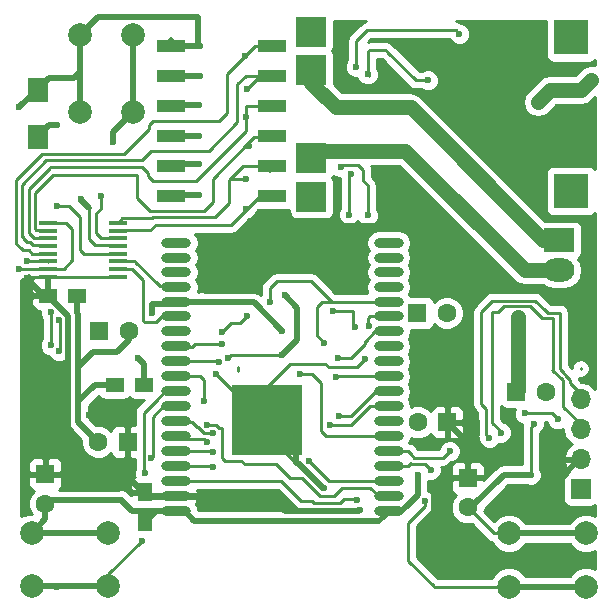
<source format=gbl>
G04 #@! TF.FileFunction,Copper,L2,Bot,Signal*
%FSLAX46Y46*%
G04 Gerber Fmt 4.6, Leading zero omitted, Abs format (unit mm)*
G04 Created by KiCad (PCBNEW 4.0.6) date 10/19/17 05:59:14*
%MOMM*%
%LPD*%
G01*
G04 APERTURE LIST*
%ADD10C,0.100000*%
%ADD11O,2.500000X0.900000*%
%ADD12R,6.000000X6.000000*%
%ADD13C,2.000000*%
%ADD14R,3.000000X3.000000*%
%ADD15R,2.500000X2.500000*%
%ADD16R,1.600000X1.600000*%
%ADD17C,1.600000*%
%ADD18R,2.600000X2.000000*%
%ADD19O,2.600000X2.000000*%
%ADD20R,1.250000X1.500000*%
%ADD21R,1.500000X1.250000*%
%ADD22R,1.700000X2.000000*%
%ADD23R,1.500000X0.450000*%
%ADD24R,2.440000X1.120000*%
%ADD25R,1.700000X1.700000*%
%ADD26O,1.700000X1.700000*%
%ADD27C,0.600000*%
%ADD28C,0.250000*%
%ADD29C,1.270000*%
%ADD30C,0.508000*%
%ADD31C,0.254000*%
G04 APERTURE END LIST*
D10*
D11*
X198734000Y-130726000D03*
X198734000Y-129456000D03*
X198734000Y-128186000D03*
X198734000Y-126916000D03*
X198734000Y-125646000D03*
X198734000Y-124376000D03*
X198734000Y-123106000D03*
X198734000Y-121836000D03*
X198734000Y-120566000D03*
X198734000Y-119296000D03*
X198734000Y-118026000D03*
X198734000Y-116756000D03*
X198734000Y-115486000D03*
X198734000Y-114216000D03*
X198734000Y-112976000D03*
X198734000Y-111726000D03*
X198734000Y-110476000D03*
X198734000Y-109226000D03*
X198734000Y-107976000D03*
X180734000Y-107976000D03*
X180734000Y-109226000D03*
X180734000Y-110476000D03*
X180734000Y-111726000D03*
X180734000Y-112976000D03*
X180734000Y-114216000D03*
X180734000Y-115486000D03*
X180734000Y-116756000D03*
X180734000Y-118026000D03*
X180734000Y-119296000D03*
X180734000Y-120566000D03*
X180734000Y-121836000D03*
X180734000Y-123106000D03*
X180734000Y-124376000D03*
X180734000Y-125646000D03*
X180734000Y-126916000D03*
X180734000Y-128186000D03*
X180734000Y-129456000D03*
X180734000Y-130726000D03*
D12*
X188434000Y-123026000D03*
D13*
X215442800Y-137088000D03*
X215442800Y-132588000D03*
X208942800Y-137088000D03*
X208942800Y-132588000D03*
D14*
X214200000Y-90591500D03*
X214200000Y-103591500D03*
D15*
X192200000Y-104091500D03*
X192200000Y-90091500D03*
X192200000Y-93341500D03*
X192200000Y-100841500D03*
D16*
X176657000Y-124841000D03*
D17*
X174157000Y-124841000D03*
D18*
X213169500Y-107759500D03*
D19*
X213169500Y-110299500D03*
D16*
X209550000Y-120586500D03*
D17*
X212050000Y-120586500D03*
D16*
X169672000Y-127558800D03*
D17*
X169672000Y-130058800D03*
D20*
X178117500Y-129115500D03*
X178117500Y-131615500D03*
D16*
X205422500Y-127889000D03*
D17*
X205422500Y-130389000D03*
D16*
X203708000Y-123190000D03*
D17*
X201208000Y-123190000D03*
D21*
X178034000Y-120015000D03*
X175534000Y-120015000D03*
D16*
X174244000Y-115443000D03*
D17*
X176744000Y-115443000D03*
D16*
X201168000Y-113919000D03*
D17*
X203668000Y-113919000D03*
D21*
X169882500Y-112458500D03*
X172382500Y-112458500D03*
D22*
X169037000Y-95028000D03*
X169037000Y-99028000D03*
D13*
X172601500Y-96901000D03*
X177101500Y-96901000D03*
X172601500Y-90401000D03*
X177101500Y-90401000D03*
X168503600Y-132558400D03*
X168503600Y-137058400D03*
X175003600Y-132558400D03*
X175003600Y-137058400D03*
D23*
X169897000Y-110860000D03*
X169897000Y-110210000D03*
X169897000Y-109560000D03*
X169897000Y-108910000D03*
X169897000Y-108260000D03*
X169897000Y-107610000D03*
X169897000Y-106960000D03*
X169897000Y-106310000D03*
X175797000Y-106310000D03*
X175797000Y-106960000D03*
X175797000Y-107610000D03*
X175797000Y-108260000D03*
X175797000Y-108910000D03*
X175797000Y-109560000D03*
X175797000Y-110210000D03*
X175797000Y-110860000D03*
D24*
X188899500Y-91313000D03*
X180289500Y-104013000D03*
X188899500Y-93853000D03*
X180289500Y-101473000D03*
X188899500Y-96393000D03*
X180289500Y-98933000D03*
X188899500Y-98933000D03*
X180289500Y-96393000D03*
X188899500Y-101473000D03*
X180289500Y-93853000D03*
X188899500Y-104013000D03*
X180289500Y-91313000D03*
D25*
X214985600Y-128828800D03*
D26*
X214985600Y-126288800D03*
X214985600Y-123748800D03*
X214985600Y-121208800D03*
D27*
X189941200Y-112420400D03*
X189738000Y-117475000D03*
X185166000Y-117729000D03*
X196697600Y-117856000D03*
X190500000Y-124206000D03*
X167449500Y-96520000D03*
X201218800Y-127609600D03*
X195884800Y-115112800D03*
X211010500Y-123317000D03*
X210756500Y-127635000D03*
X211391500Y-96075500D03*
X215900000Y-94170500D03*
X182689500Y-103949500D03*
X182689500Y-101346000D03*
X182689500Y-98933000D03*
X182689500Y-96329500D03*
X182753000Y-93853000D03*
X182753000Y-91313000D03*
X193344800Y-131521200D03*
X193294000Y-128714500D03*
X176085500Y-129794000D03*
X167449500Y-110172500D03*
X172466000Y-118300500D03*
X172466000Y-121158000D03*
X194056000Y-113792000D03*
X182880000Y-113030000D03*
X178689000Y-113919000D03*
X189738000Y-115443000D03*
X184150000Y-119126000D03*
X210248500Y-122428000D03*
X213042500Y-122936000D03*
X209677000Y-118364000D03*
X209677000Y-114300000D03*
X208076800Y-131064000D03*
X196291200Y-130606800D03*
X202501500Y-131445000D03*
X189293500Y-106045000D03*
X168148000Y-110998000D03*
X173355000Y-122555000D03*
X204597000Y-121412000D03*
X201168000Y-121158000D03*
X177546000Y-117729000D03*
X210820000Y-137109200D03*
X196088000Y-129743200D03*
X201777600Y-129844800D03*
X170688000Y-98044000D03*
X184404000Y-118110000D03*
X184658000Y-116586000D03*
X184658000Y-115570000D03*
X186753500Y-114173000D03*
X188658500Y-112966500D03*
X193294000Y-116459000D03*
X183134000Y-121412000D03*
X183388000Y-123444000D03*
X183896000Y-124079000D03*
X191262000Y-119126000D03*
X183388000Y-124841000D03*
X183896000Y-125730000D03*
X192024000Y-126492000D03*
X183896000Y-127000000D03*
X194437000Y-117729000D03*
X193802000Y-123444000D03*
X194310000Y-119380000D03*
X194564000Y-122682000D03*
X208229200Y-124053600D03*
X202285600Y-127203200D03*
X207264000Y-124510800D03*
X203911200Y-125628400D03*
X170637200Y-137109200D03*
X197053200Y-115011200D03*
X177850800Y-133197600D03*
X194691000Y-101600000D03*
X196977000Y-105664000D03*
X195961000Y-93091000D03*
X204724000Y-90297000D03*
X170815000Y-114490500D03*
X178117500Y-127508000D03*
X170815000Y-117157500D03*
X202057000Y-94234000D03*
X196977000Y-93726000D03*
X195389500Y-105600500D03*
X195580000Y-102171500D03*
X170116500Y-116649500D03*
X170116500Y-113855500D03*
X178625500Y-126238000D03*
X170688000Y-104902000D03*
X168097200Y-109524800D03*
X186753500Y-94932500D03*
X172720000Y-104267000D03*
X186690000Y-97345500D03*
X186690000Y-102552500D03*
X186626500Y-105092500D03*
X186563000Y-92138500D03*
X175387000Y-99441000D03*
X174371000Y-104013000D03*
X186944000Y-99822000D03*
D28*
X185948000Y-118872000D02*
X185948000Y-118511000D01*
X214985600Y-118668800D02*
X214985600Y-118618000D01*
D29*
X192200000Y-93341500D02*
X192200000Y-94473500D01*
X192200000Y-94473500D02*
X194246500Y-96520000D01*
X194246500Y-96520000D02*
X200596500Y-96520000D01*
X213169500Y-107759500D02*
X211836000Y-107759500D01*
X211836000Y-107759500D02*
X200596500Y-96520000D01*
X192838500Y-100203000D02*
X200152000Y-100203000D01*
X210248500Y-110299500D02*
X200152000Y-100203000D01*
X210248500Y-110299500D02*
X213169500Y-110299500D01*
X192838500Y-100203000D02*
X192200000Y-100841500D01*
D30*
X189941200Y-112420400D02*
X191008000Y-113487200D01*
X191008000Y-113487200D02*
X191008000Y-116205000D01*
X191008000Y-116205000D02*
X189738000Y-117475000D01*
D28*
X185420000Y-117475000D02*
X189738000Y-117475000D01*
X185166000Y-117729000D02*
X185420000Y-117475000D01*
D30*
X201218800Y-128524000D02*
X201218800Y-127609600D01*
D28*
X201218800Y-128524000D02*
X201218800Y-128676400D01*
X201218800Y-128676400D02*
X201208000Y-128687200D01*
X198734000Y-130726000D02*
X197938800Y-131521200D01*
X198734000Y-130726000D02*
X199728000Y-130726000D01*
X199728000Y-130726000D02*
X200355200Y-130098800D01*
X200355200Y-130098800D02*
X200355200Y-130149600D01*
X188434000Y-123026000D02*
X188434000Y-124172000D01*
X188434000Y-124172000D02*
X190881000Y-126619000D01*
X188434000Y-123026000D02*
X188434000Y-120176000D01*
X188434000Y-120176000D02*
X190398400Y-118211600D01*
X196037200Y-118516400D02*
X196697600Y-117856000D01*
X193649600Y-118516400D02*
X196037200Y-118516400D01*
X193344800Y-118211600D02*
X193649600Y-118516400D01*
X190398400Y-118211600D02*
X193344800Y-118211600D01*
X190500000Y-124206000D02*
X189320000Y-123026000D01*
D30*
X167449500Y-96520000D02*
X168941500Y-95028000D01*
X192405000Y-127952500D02*
X193167000Y-128714500D01*
X199778800Y-130726000D02*
X200355200Y-130149600D01*
X200355200Y-130149600D02*
X201208000Y-129296800D01*
X201208000Y-128687200D02*
X201208000Y-129296800D01*
X199778800Y-130726000D02*
X198734000Y-130726000D01*
X208942800Y-132588000D02*
X215442800Y-132588000D01*
D28*
X208942800Y-132588000D02*
X207621500Y-132588000D01*
X207621500Y-132588000D02*
X205422500Y-130389000D01*
X195884800Y-115112800D02*
X195707000Y-114935000D01*
X195707000Y-114935000D02*
X195707000Y-114681000D01*
D30*
X175003600Y-132558400D02*
X168503600Y-132558400D01*
X169672000Y-130058800D02*
X169672000Y-131390000D01*
X169672000Y-131390000D02*
X168503600Y-132558400D01*
X176085500Y-129794000D02*
X169936800Y-129794000D01*
X169936800Y-129794000D02*
X169672000Y-130058800D01*
X197510400Y-131521200D02*
X197938800Y-131521200D01*
X181475200Y-130726000D02*
X182270400Y-131521200D01*
X182270400Y-131521200D02*
X197510400Y-131521200D01*
X180734000Y-130726000D02*
X181475200Y-130726000D01*
X198205500Y-131254500D02*
X198734000Y-130726000D01*
X210756500Y-127635000D02*
X208470500Y-127635000D01*
X208470500Y-127635000D02*
X205716500Y-130389000D01*
X205716500Y-130389000D02*
X205422500Y-130389000D01*
D28*
X210756500Y-124142500D02*
X210756500Y-123571000D01*
X210756500Y-123571000D02*
X211010500Y-123317000D01*
X210756500Y-127635000D02*
X210756500Y-124142500D01*
X210756500Y-124142500D02*
X210756500Y-124079000D01*
D29*
X212407500Y-95059500D02*
X211391500Y-96075500D01*
X215011000Y-95059500D02*
X212407500Y-95059500D01*
X215900000Y-94170500D02*
X215011000Y-95059500D01*
D30*
X178117500Y-131615500D02*
X177970500Y-131615500D01*
X180734000Y-130726000D02*
X179007000Y-130726000D01*
X179007000Y-130726000D02*
X178117500Y-131615500D01*
X178371500Y-88900000D02*
X182562500Y-88900000D01*
X182562500Y-91122500D02*
X182753000Y-91313000D01*
X182562500Y-88900000D02*
X182562500Y-91122500D01*
X182689500Y-103949500D02*
X180353000Y-103949500D01*
X180353000Y-103949500D02*
X180289500Y-104013000D01*
X182689500Y-101346000D02*
X180416500Y-101346000D01*
X180416500Y-101346000D02*
X180289500Y-101473000D01*
X182689500Y-98933000D02*
X180289500Y-98933000D01*
X180416500Y-98806000D02*
X180289500Y-98933000D01*
X182689500Y-96329500D02*
X180353000Y-96329500D01*
X180353000Y-96329500D02*
X180289500Y-96393000D01*
X180289500Y-91313000D02*
X182753000Y-91313000D01*
X182753000Y-93853000D02*
X180289500Y-93853000D01*
X174102500Y-88900000D02*
X178371500Y-88900000D01*
X174102500Y-88900000D02*
X172601500Y-90401000D01*
X180289500Y-90818000D02*
X180289500Y-91313000D01*
X169037000Y-95028000D02*
X170021500Y-94043500D01*
X172085000Y-94043500D02*
X172601500Y-93527000D01*
X170021500Y-94043500D02*
X172085000Y-94043500D01*
X172601500Y-90401000D02*
X172601500Y-93527000D01*
X172601500Y-93527000D02*
X172601500Y-96901000D01*
X180734000Y-130726000D02*
X180840500Y-130619500D01*
X190881000Y-126619000D02*
X191071500Y-126619000D01*
X191071500Y-126619000D02*
X192405000Y-127952500D01*
X190881000Y-125473000D02*
X190881000Y-126619000D01*
X193167000Y-128714500D02*
X193294000Y-128714500D01*
X188434000Y-123026000D02*
X190881000Y-125473000D01*
X198734000Y-130726000D02*
X198627500Y-130619500D01*
X180734000Y-130726000D02*
X180691000Y-130683000D01*
X180691000Y-130683000D02*
X176974500Y-130683000D01*
X176974500Y-130683000D02*
X176085500Y-129794000D01*
D28*
X169897000Y-110210000D02*
X169859500Y-110172500D01*
X169859500Y-110172500D02*
X167449500Y-110172500D01*
D30*
X168941500Y-95028000D02*
X169037000Y-95028000D01*
X172466000Y-118300500D02*
X172466000Y-118491000D01*
X172466000Y-118491000D02*
X172466000Y-113982500D01*
X172382500Y-113899000D02*
X172382500Y-112458500D01*
X172466000Y-113982500D02*
X172382500Y-113899000D01*
X172466000Y-121158000D02*
X172466000Y-121412000D01*
X176744000Y-115443000D02*
X176744000Y-116245000D01*
X176744000Y-116245000D02*
X175768000Y-117221000D01*
X175768000Y-117221000D02*
X173736000Y-117221000D01*
X173736000Y-117221000D02*
X172466000Y-118491000D01*
X172466000Y-118491000D02*
X172466000Y-121412000D01*
X175534000Y-120015000D02*
X173863000Y-120015000D01*
X173863000Y-120015000D02*
X172466000Y-121412000D01*
X172466000Y-123150000D02*
X174157000Y-124841000D01*
X172466000Y-121412000D02*
X172466000Y-123150000D01*
D28*
X169897000Y-110210000D02*
X169871000Y-110236000D01*
X171958000Y-109474000D02*
X171222000Y-110210000D01*
X169908000Y-106299000D02*
X171323000Y-106299000D01*
X171450000Y-106299000D02*
X171958000Y-106807000D01*
X171323000Y-106299000D02*
X171450000Y-106299000D01*
X171958000Y-109474000D02*
X171958000Y-106807000D01*
X171222000Y-110210000D02*
X169897000Y-110210000D01*
X169897000Y-106310000D02*
X169908000Y-106299000D01*
X169897000Y-106310000D02*
X169886000Y-106299000D01*
X195707000Y-113792000D02*
X195707000Y-114681000D01*
X194056000Y-113792000D02*
X195707000Y-113792000D01*
D30*
X180734000Y-112976000D02*
X180788000Y-113030000D01*
X180788000Y-113030000D02*
X182880000Y-113030000D01*
X182880000Y-113030000D02*
X187325000Y-113030000D01*
X187325000Y-113030000D02*
X189738000Y-115443000D01*
X178689000Y-113919000D02*
X178689000Y-113157000D01*
X178689000Y-113157000D02*
X180553000Y-113157000D01*
X180553000Y-113157000D02*
X180734000Y-112976000D01*
D28*
X188434000Y-123026000D02*
X188434000Y-120811000D01*
X188448000Y-123012000D02*
X188434000Y-123026000D01*
X184150000Y-119126000D02*
X188050000Y-123026000D01*
X188050000Y-123026000D02*
X188434000Y-123026000D01*
X189320000Y-123026000D02*
X188434000Y-123026000D01*
X212534500Y-122428000D02*
X210248500Y-122428000D01*
X213042500Y-122936000D02*
X212534500Y-122428000D01*
D29*
X209677000Y-118364000D02*
X209677000Y-120459500D01*
X209677000Y-120459500D02*
X209550000Y-120586500D01*
X209677000Y-120459500D02*
X209550000Y-120586500D01*
X209677000Y-114300000D02*
X209677000Y-118364000D01*
D30*
X214985600Y-126288800D02*
X214884000Y-126288800D01*
X214884000Y-126288800D02*
X213563200Y-127609600D01*
X213563200Y-127609600D02*
X213563200Y-127711200D01*
X210515200Y-130759200D02*
X213563200Y-127711200D01*
X213563200Y-127711200D02*
X213817200Y-127457200D01*
X208381600Y-130759200D02*
X210515200Y-130759200D01*
X208076800Y-131064000D02*
X208381600Y-130759200D01*
X171958000Y-127635000D02*
X169748200Y-127635000D01*
X169748200Y-127635000D02*
X169672000Y-127558800D01*
X173482000Y-127635000D02*
X171958000Y-127635000D01*
X171958000Y-127635000D02*
X171831000Y-127635000D01*
X194462400Y-130657600D02*
X196240400Y-130657600D01*
X196240400Y-130657600D02*
X196291200Y-130606800D01*
X188739600Y-129456000D02*
X180734000Y-129456000D01*
X189941200Y-130657600D02*
X194462400Y-130657600D01*
X188739600Y-129456000D02*
X189941200Y-130657600D01*
X202501500Y-131508500D02*
X202565000Y-131508500D01*
X202501500Y-131445000D02*
X202501500Y-131508500D01*
X203517500Y-127889000D02*
X202565000Y-128841500D01*
X205422500Y-127889000D02*
X203517500Y-127889000D01*
X202565000Y-128841500D02*
X202565000Y-131508500D01*
X205422500Y-127889000D02*
X205422500Y-124904500D01*
X205422500Y-124904500D02*
X203708000Y-123190000D01*
X205422500Y-127889000D02*
X205422500Y-125095000D01*
X206248000Y-123063000D02*
X204597000Y-121412000D01*
X206248000Y-124269500D02*
X206248000Y-123063000D01*
X205422500Y-125095000D02*
X206248000Y-124269500D01*
X180734000Y-129456000D02*
X178458000Y-129456000D01*
X178458000Y-129456000D02*
X178117500Y-129115500D01*
X200152000Y-106553000D02*
X189801500Y-106553000D01*
X203644500Y-110553500D02*
X203644500Y-110045500D01*
X205613000Y-112522000D02*
X203644500Y-110553500D01*
X204597000Y-121412000D02*
X204597000Y-116141500D01*
X205613000Y-115125500D02*
X205613000Y-112585500D01*
X204597000Y-116141500D02*
X205613000Y-115125500D01*
X205613000Y-112585500D02*
X205613000Y-112522000D01*
X203644500Y-110045500D02*
X200152000Y-106553000D01*
X189801500Y-106553000D02*
X189293500Y-106045000D01*
X180734000Y-129456000D02*
X180713500Y-129476500D01*
X180713500Y-129476500D02*
X178371500Y-129476500D01*
X178371500Y-129476500D02*
X176339500Y-127444500D01*
D28*
X168148000Y-110998000D02*
X168116250Y-111029750D01*
D30*
X171577000Y-117010500D02*
X171577000Y-114153000D01*
X171577000Y-114153000D02*
X169882500Y-112458500D01*
X168116250Y-111029750D02*
X168286000Y-110860000D01*
D28*
X168286000Y-110860000D02*
X169897000Y-110860000D01*
D30*
X169882500Y-112458500D02*
X169545000Y-112458500D01*
X169545000Y-112458500D02*
X168116250Y-111029750D01*
X171577000Y-118364000D02*
X171577000Y-117010500D01*
X171577000Y-123825000D02*
X171577000Y-118364000D01*
X176657000Y-124841000D02*
X176657000Y-127127000D01*
X171577000Y-125730000D02*
X171577000Y-123825000D01*
X171577000Y-123825000D02*
X171577000Y-123698000D01*
X173482000Y-127635000D02*
X171577000Y-125730000D01*
X176149000Y-127635000D02*
X173482000Y-127635000D01*
X176657000Y-127127000D02*
X176339500Y-127444500D01*
X176339500Y-127444500D02*
X176149000Y-127635000D01*
X173355000Y-122555000D02*
X173736000Y-122936000D01*
X173736000Y-122936000D02*
X176022000Y-122936000D01*
X176022000Y-122936000D02*
X176657000Y-123571000D01*
X176657000Y-123571000D02*
X176657000Y-124841000D01*
D28*
X175797000Y-110860000D02*
X169897000Y-110860000D01*
D30*
X201168000Y-121158000D02*
X201549000Y-121539000D01*
X201549000Y-121539000D02*
X204470000Y-121539000D01*
X204470000Y-121539000D02*
X204597000Y-121412000D01*
X178034000Y-120015000D02*
X178034000Y-118217000D01*
X178034000Y-118217000D02*
X177546000Y-117729000D01*
D28*
X210769200Y-137109200D02*
X210769200Y-137088000D01*
X210790400Y-137088000D02*
X210769200Y-137109200D01*
X210798800Y-137088000D02*
X210790400Y-137088000D01*
X210820000Y-137109200D02*
X210798800Y-137088000D01*
X201828400Y-130251200D02*
X201828400Y-129895600D01*
X200406000Y-131673600D02*
X201828400Y-130251200D01*
X202539600Y-137088000D02*
X202539600Y-137058400D01*
X202539600Y-137058400D02*
X200406000Y-134924800D01*
X208942800Y-137088000D02*
X202539600Y-137088000D01*
X200406000Y-134924800D02*
X200406000Y-131673600D01*
X201828400Y-129895600D02*
X201777600Y-129844800D01*
X196088000Y-129743200D02*
X196088000Y-129692400D01*
X196088000Y-129692400D02*
X196088000Y-129743200D01*
X196088000Y-129743200D02*
X196088000Y-129692400D01*
D30*
X215442800Y-137088000D02*
X210769200Y-137088000D01*
X210769200Y-137088000D02*
X208942800Y-137088000D01*
D28*
X194564000Y-129997200D02*
X194614800Y-129997200D01*
X194919600Y-129692400D02*
X195884800Y-129692400D01*
X194614800Y-129997200D02*
X194919600Y-129692400D01*
X195884800Y-129692400D02*
X196088000Y-129692400D01*
X194259200Y-129997200D02*
X194564000Y-129997200D01*
X192430400Y-129997200D02*
X194259200Y-129997200D01*
X180734000Y-128186000D02*
X189654000Y-128186000D01*
X191312800Y-129844800D02*
X192278000Y-129844800D01*
X192278000Y-129844800D02*
X192430400Y-129997200D01*
X189654000Y-128186000D02*
X190500000Y-129032000D01*
X190500000Y-129032000D02*
X191312800Y-129844800D01*
D30*
X170021000Y-98044000D02*
X169037000Y-99028000D01*
X170688000Y-98044000D02*
X170021000Y-98044000D01*
D28*
X184320000Y-118026000D02*
X180734000Y-118026000D01*
X184404000Y-118110000D02*
X184320000Y-118026000D01*
X184658000Y-116586000D02*
X182880000Y-116586000D01*
X182118000Y-116840000D02*
X180818000Y-116840000D01*
X182372000Y-116586000D02*
X182118000Y-116840000D01*
X182880000Y-116586000D02*
X182372000Y-116586000D01*
X180818000Y-116840000D02*
X180734000Y-116756000D01*
X184658000Y-116586000D02*
X184574000Y-116502000D01*
X188658500Y-111810800D02*
X188671200Y-111810800D01*
X189280800Y-111201200D02*
X192125600Y-111201200D01*
X188671200Y-111810800D02*
X189280800Y-111201200D01*
X192659000Y-113487200D02*
X192659000Y-113411000D01*
X192659000Y-113411000D02*
X193103500Y-112966500D01*
X198734000Y-112976000D02*
X193900400Y-112976000D01*
X193900400Y-112976000D02*
X192125600Y-111201200D01*
X188658500Y-111810800D02*
X188658500Y-112966500D01*
X186118500Y-114808000D02*
X185420000Y-114808000D01*
X185420000Y-114808000D02*
X184658000Y-115570000D01*
X186753500Y-114173000D02*
X186118500Y-114808000D01*
X186753500Y-114173000D02*
X186753500Y-114236500D01*
X193294000Y-116459000D02*
X192659000Y-115824000D01*
X192659000Y-115824000D02*
X192659000Y-113487200D01*
X198734000Y-112976000D02*
X198724500Y-112966500D01*
X198724500Y-112966500D02*
X193103500Y-112966500D01*
X182796000Y-119296000D02*
X180734000Y-119296000D01*
X183134000Y-119634000D02*
X182796000Y-119296000D01*
X183134000Y-121412000D02*
X183134000Y-119634000D01*
X198734000Y-129456000D02*
X197883600Y-129456000D01*
X197883600Y-129456000D02*
X197154800Y-128727200D01*
X197154800Y-128727200D02*
X196291200Y-128727200D01*
X194818000Y-128727200D02*
X194089200Y-129456000D01*
X196291200Y-128727200D02*
X194818000Y-128727200D01*
X190373000Y-127889000D02*
X189230000Y-126746000D01*
X192956000Y-129456000D02*
X194089200Y-129456000D01*
X192956000Y-129456000D02*
X191452500Y-127952500D01*
X191389000Y-127889000D02*
X190373000Y-127889000D01*
X184150000Y-123444000D02*
X183388000Y-123444000D01*
X184658000Y-123698000D02*
X184404000Y-123698000D01*
X184658000Y-126238000D02*
X184658000Y-123698000D01*
X184404000Y-123698000D02*
X184150000Y-123444000D01*
X184848500Y-126428500D02*
X184658000Y-126238000D01*
X191452500Y-127952500D02*
X191389000Y-127889000D01*
X186245500Y-126428500D02*
X184848500Y-126428500D01*
X186563000Y-126746000D02*
X186245500Y-126428500D01*
X189230000Y-126746000D02*
X186563000Y-126746000D01*
X182880000Y-123825000D02*
X182626000Y-123571000D01*
X180818000Y-123190000D02*
X182118000Y-123190000D01*
X182372000Y-123444000D02*
X182118000Y-123190000D01*
X183261000Y-124079000D02*
X183896000Y-124079000D01*
X183134000Y-124079000D02*
X182880000Y-123825000D01*
X183261000Y-124079000D02*
X183134000Y-124079000D01*
X182499000Y-123571000D02*
X182372000Y-123444000D01*
X182626000Y-123571000D02*
X182499000Y-123571000D01*
X180818000Y-123190000D02*
X180734000Y-123106000D01*
X180818000Y-123190000D02*
X180734000Y-123106000D01*
X183896000Y-124079000D02*
X183812000Y-123995000D01*
X198734000Y-124376000D02*
X193464000Y-124376000D01*
X192278000Y-119126000D02*
X191262000Y-119126000D01*
X193040000Y-119888000D02*
X192278000Y-119126000D01*
X193040000Y-123952000D02*
X193040000Y-119888000D01*
X193464000Y-124376000D02*
X193040000Y-123952000D01*
X180734000Y-124376000D02*
X180945000Y-124587000D01*
X180945000Y-124587000D02*
X183134000Y-124587000D01*
X183134000Y-124587000D02*
X183388000Y-124841000D01*
X183388000Y-124841000D02*
X183304000Y-124757000D01*
X183812000Y-125646000D02*
X183896000Y-125730000D01*
X183812000Y-125646000D02*
X180734000Y-125646000D01*
X193718000Y-128186000D02*
X198734000Y-128186000D01*
X192024000Y-126492000D02*
X193718000Y-128186000D01*
X180734000Y-126916000D02*
X183812000Y-126916000D01*
X183896000Y-127000000D02*
X183812000Y-126916000D01*
X196786500Y-116268500D02*
X196723000Y-116332000D01*
X196723000Y-116332000D02*
X196723000Y-116586000D01*
X196469000Y-116840000D02*
X196723000Y-116586000D01*
X196786500Y-116268500D02*
X197485000Y-115570000D01*
X196723000Y-116586000D02*
X196723000Y-116332000D01*
X197485000Y-115570000D02*
X198650000Y-115570000D01*
X195580000Y-117729000D02*
X194437000Y-117729000D01*
X196469000Y-116840000D02*
X195580000Y-117729000D01*
X198734000Y-115486000D02*
X198650000Y-115570000D01*
X198734000Y-121836000D02*
X197188000Y-121836000D01*
X195580000Y-123444000D02*
X193802000Y-123444000D01*
X197188000Y-121836000D02*
X195580000Y-123444000D01*
X198734000Y-119296000D02*
X194394000Y-119296000D01*
X194394000Y-119296000D02*
X194310000Y-119380000D01*
X195580000Y-122682000D02*
X197696000Y-120566000D01*
X194564000Y-122682000D02*
X195580000Y-122682000D01*
X197696000Y-120566000D02*
X198734000Y-120566000D01*
X208534000Y-113334800D02*
X210718400Y-113334800D01*
X211734400Y-114350800D02*
X210718400Y-113334800D01*
X212674200Y-114350800D02*
X211886800Y-114350800D01*
X212674200Y-114350800D02*
X212674200Y-118795800D01*
X211886800Y-114350800D02*
X211734400Y-114350800D01*
X207518000Y-113842800D02*
X208026000Y-113842800D01*
X207518000Y-121361200D02*
X207492600Y-121386600D01*
X207518000Y-113842800D02*
X207518000Y-121361200D01*
X208026000Y-113842800D02*
X208534000Y-113334800D01*
X207492600Y-121386600D02*
X207492600Y-123215400D01*
X207492600Y-123215400D02*
X208229200Y-123952000D01*
X208229200Y-123952000D02*
X208229200Y-124053600D01*
X201787499Y-126705099D02*
X202285600Y-127203200D01*
X200568299Y-126705099D02*
X201787499Y-126705099D01*
X207492600Y-121386600D02*
X207467200Y-121412000D01*
X212598000Y-118719600D02*
X212674200Y-118795800D01*
X212674200Y-118795800D02*
X213309200Y-119430800D01*
X213512400Y-119634000D02*
X213512400Y-120192800D01*
X213512400Y-119634000D02*
X213309200Y-119430800D01*
X214985600Y-123748800D02*
X214985600Y-123342400D01*
X214985600Y-123342400D02*
X213512400Y-121869200D01*
X213512400Y-121869200D02*
X213512400Y-120192800D01*
X213512400Y-120192800D02*
X213512400Y-120142000D01*
X198734000Y-126916000D02*
X200357398Y-126916000D01*
X200357398Y-126916000D02*
X200568299Y-126705099D01*
X200568299Y-126705099D02*
X200628998Y-126644400D01*
X211937600Y-113690400D02*
X211124800Y-112877600D01*
X206552800Y-113842800D02*
X206552800Y-121615200D01*
X207010000Y-122072400D02*
X206552800Y-121615200D01*
X207010000Y-124256800D02*
X207010000Y-122072400D01*
X207264000Y-124510800D02*
X207010000Y-124256800D01*
X207518000Y-112877600D02*
X206552800Y-113842800D01*
X212191600Y-113893600D02*
X211988400Y-113690400D01*
X211988400Y-113690400D02*
X211937600Y-113690400D01*
X213207600Y-113893600D02*
X212293200Y-113893600D01*
X213207600Y-118668800D02*
X213207600Y-113893600D01*
X213461600Y-118922800D02*
X213207600Y-118668800D01*
X214096600Y-119862600D02*
X214096600Y-119557800D01*
X214096600Y-119557800D02*
X213791800Y-119253000D01*
X213791800Y-119253000D02*
X213461600Y-118922800D01*
X214096600Y-119862600D02*
X214985600Y-120751600D01*
X212293200Y-113893600D02*
X212191600Y-113893600D01*
X207518000Y-112877600D02*
X211124800Y-112877600D01*
X202031600Y-126187200D02*
X203352400Y-126187200D01*
X203352400Y-126187200D02*
X203911200Y-125628400D01*
X200628998Y-125882400D02*
X200628998Y-125902198D01*
X200392598Y-125646000D02*
X200628998Y-125882400D01*
X198734000Y-125646000D02*
X200392598Y-125646000D01*
X200914000Y-126187200D02*
X201726800Y-126187200D01*
X200628998Y-125902198D02*
X200914000Y-126187200D01*
X201726800Y-126187200D02*
X202031600Y-126187200D01*
X214985600Y-121208800D02*
X214985600Y-120751600D01*
X170637200Y-137109200D02*
X170637200Y-137058400D01*
X170637200Y-137058400D02*
X170637200Y-137109200D01*
X170637200Y-137109200D02*
X170637200Y-137058400D01*
X197053200Y-115011200D02*
X197002400Y-114960400D01*
X197002400Y-114960400D02*
X197002400Y-114350800D01*
X197002400Y-114350800D02*
X197137200Y-114216000D01*
X197137200Y-114216000D02*
X198734000Y-114216000D01*
X175003600Y-136044800D02*
X177850800Y-133197600D01*
X175003600Y-137058400D02*
X175003600Y-136044800D01*
D30*
X168503600Y-137058400D02*
X170637200Y-137058400D01*
X170637200Y-137058400D02*
X175003600Y-137058400D01*
D28*
X196596000Y-102679500D02*
X196596000Y-101854000D01*
X196596000Y-101854000D02*
X196119750Y-101377750D01*
X196119750Y-101377750D02*
X194913250Y-101377750D01*
X194913250Y-101377750D02*
X194691000Y-101600000D01*
X196977000Y-105664000D02*
X196977000Y-103124000D01*
X196596000Y-102743000D02*
X196596000Y-102679500D01*
X196977000Y-103124000D02*
X196596000Y-102743000D01*
X195961000Y-90932000D02*
X195961000Y-93091000D01*
X196913500Y-89979500D02*
X195961000Y-90932000D01*
X204406500Y-89979500D02*
X196913500Y-89979500D01*
X204724000Y-90297000D02*
X204406500Y-89979500D01*
X170878500Y-114554000D02*
X170878500Y-115189000D01*
X170878500Y-114554000D02*
X170815000Y-114490500D01*
X177990500Y-122364500D02*
X177990500Y-127381000D01*
X179789000Y-120566000D02*
X179006500Y-121348500D01*
X177990500Y-122364500D02*
X179006500Y-121348500D01*
X177990500Y-127381000D02*
X178117500Y-127508000D01*
X170878500Y-117094000D02*
X170878500Y-115189000D01*
X170878500Y-115189000D02*
X170878500Y-115125500D01*
X170815000Y-117157500D02*
X170878500Y-117094000D01*
X180734000Y-120566000D02*
X179789000Y-120566000D01*
X196977000Y-93726000D02*
X196977000Y-91821000D01*
X198628000Y-91821000D02*
X201041000Y-94234000D01*
X201041000Y-94234000D02*
X202057000Y-94234000D01*
X198501000Y-91694000D02*
X198628000Y-91821000D01*
X197104000Y-91694000D02*
X198501000Y-91694000D01*
X196977000Y-91821000D02*
X197104000Y-91694000D01*
X197104000Y-93853000D02*
X196977000Y-93726000D01*
X195389500Y-102362000D02*
X195389500Y-105600500D01*
X195580000Y-102171500D02*
X195389500Y-102362000D01*
X170116500Y-115125500D02*
X170116500Y-116649500D01*
X170116500Y-115125500D02*
X170116500Y-113855500D01*
X178752500Y-122745500D02*
X179662000Y-121836000D01*
X178752500Y-126111000D02*
X178752500Y-122745500D01*
X178625500Y-126238000D02*
X178752500Y-126111000D01*
X179662000Y-121836000D02*
X180734000Y-121836000D01*
X180734000Y-121836000D02*
X179852500Y-121836000D01*
X172593000Y-105791000D02*
X172593000Y-108585000D01*
X170688000Y-104902000D02*
X171704000Y-104902000D01*
X171704000Y-104902000D02*
X172593000Y-105791000D01*
X172974000Y-108966000D02*
X175741000Y-108966000D01*
X172593000Y-108585000D02*
X172974000Y-108966000D01*
X175741000Y-108966000D02*
X175797000Y-108910000D01*
X169897000Y-109560000D02*
X168132400Y-109560000D01*
X168132400Y-109560000D02*
X168097200Y-109524800D01*
X169897000Y-109560000D02*
X169856000Y-109601000D01*
X169897000Y-109560000D02*
X169811000Y-109474000D01*
X186753500Y-94932500D02*
X187833000Y-93853000D01*
X187833000Y-93853000D02*
X188899500Y-93853000D01*
X178625500Y-100203000D02*
X183515000Y-100203000D01*
X177863500Y-100965000D02*
X175768000Y-100965000D01*
X169767250Y-100996750D02*
X169799000Y-100965000D01*
X168402000Y-107950000D02*
X168529000Y-108077000D01*
X169841000Y-108204000D02*
X168656000Y-108204000D01*
X168529000Y-108077000D02*
X168656000Y-108204000D01*
X167767000Y-107442000D02*
X167767000Y-107569000D01*
X167703500Y-107505500D02*
X167767000Y-107442000D01*
X168402000Y-107950000D02*
X168148000Y-107950000D01*
X168148000Y-107950000D02*
X167767000Y-107569000D01*
X167703500Y-103060500D02*
X167703500Y-107505500D01*
X167703500Y-103060500D02*
X169767250Y-100996750D01*
X175768000Y-100965000D02*
X169799000Y-100965000D01*
X185928000Y-97790000D02*
X183515000Y-100203000D01*
X185928000Y-94551500D02*
X185928000Y-97790000D01*
X186626500Y-93853000D02*
X188899500Y-93853000D01*
X186626500Y-93853000D02*
X185928000Y-94551500D01*
X177863500Y-100965000D02*
X178625500Y-100203000D01*
X169897000Y-108260000D02*
X169841000Y-108204000D01*
D30*
X172720000Y-104267000D02*
X172720000Y-104394000D01*
X172720000Y-104394000D02*
X173355000Y-105029000D01*
D28*
X173355000Y-105029000D02*
X172720000Y-104394000D01*
X173863000Y-108204000D02*
X173355000Y-107696000D01*
X175741000Y-108204000D02*
X173863000Y-108204000D01*
X173355000Y-107696000D02*
X173355000Y-105029000D01*
X173355000Y-105029000D02*
X173355000Y-104902000D01*
X175797000Y-108260000D02*
X175741000Y-108204000D01*
X170053000Y-101663500D02*
X170053000Y-101600000D01*
X170053000Y-101600000D02*
X175895000Y-101600000D01*
X168275000Y-103441500D02*
X170053000Y-101663500D01*
X168275000Y-107188000D02*
X168275000Y-103441500D01*
X168275000Y-107188000D02*
X168697000Y-107610000D01*
X169897000Y-107610000D02*
X168697000Y-107610000D01*
X188899500Y-96393000D02*
X186944000Y-96393000D01*
X186944000Y-96393000D02*
X186695502Y-96393000D01*
X169897000Y-107610000D02*
X169856000Y-107569000D01*
X177863500Y-101600000D02*
X178371500Y-102108000D01*
X177863500Y-101600000D02*
X175895000Y-101600000D01*
X186695502Y-96393000D02*
X186695502Y-97345500D01*
X186690000Y-97345500D02*
X186695502Y-97345500D01*
X186695502Y-97345500D02*
X186690000Y-97345500D01*
X186690000Y-97345500D02*
X186695502Y-97345500D01*
X178752500Y-102743000D02*
X178371500Y-102362000D01*
X178371500Y-102362000D02*
X178371500Y-102108000D01*
X183832500Y-101346000D02*
X182435500Y-102743000D01*
X182435500Y-102743000D02*
X178752500Y-102743000D01*
X186695502Y-98482998D02*
X183832500Y-101346000D01*
X186695502Y-97345500D02*
X186695502Y-98482998D01*
X186690000Y-102552500D02*
X186626500Y-102616000D01*
X186626500Y-102616000D02*
X185293000Y-102616000D01*
X185229500Y-102679500D02*
X185293000Y-102616000D01*
X185293000Y-102616000D02*
X186436000Y-101473000D01*
X185229500Y-104584500D02*
X185229500Y-102679500D01*
X184023000Y-105791000D02*
X185229500Y-104584500D01*
X178689000Y-105918000D02*
X178816000Y-105791000D01*
X176189000Y-105918000D02*
X178689000Y-105918000D01*
X178816000Y-105791000D02*
X184023000Y-105791000D01*
X175797000Y-106310000D02*
X176189000Y-105918000D01*
X186436000Y-101473000D02*
X188899500Y-101473000D01*
X188658500Y-101917500D02*
X188341000Y-101600000D01*
X187833000Y-104013000D02*
X186626500Y-105219500D01*
X187833000Y-104013000D02*
X188899500Y-104013000D01*
X175823000Y-106934000D02*
X178562000Y-106934000D01*
X175797000Y-106960000D02*
X175823000Y-106934000D01*
X186626500Y-105092500D02*
X186690000Y-105156000D01*
X186690000Y-105156000D02*
X186626500Y-105092500D01*
X186626500Y-105092500D02*
X186626500Y-105219500D01*
X186626500Y-105219500D02*
X185356500Y-106489500D01*
X185356500Y-106489500D02*
X183324500Y-106489500D01*
X179006500Y-106489500D02*
X183324500Y-106489500D01*
X178562000Y-106934000D02*
X179006500Y-106489500D01*
X183324500Y-106489500D02*
X183388000Y-106489500D01*
X177292000Y-109601000D02*
X177251000Y-109560000D01*
X179197000Y-111506000D02*
X177292000Y-109601000D01*
X179324000Y-111506000D02*
X179197000Y-111506000D01*
X179324000Y-111633000D02*
X179324000Y-111506000D01*
X180641000Y-111633000D02*
X179324000Y-111633000D01*
X177251000Y-109560000D02*
X175797000Y-109560000D01*
X180734000Y-111726000D02*
X180641000Y-111633000D01*
X177927000Y-114554000D02*
X178054000Y-114681000D01*
X178054000Y-114681000D02*
X178181000Y-114681000D01*
X178562000Y-114681000D02*
X179070000Y-114681000D01*
X180650000Y-114300000D02*
X179451000Y-114300000D01*
X179070000Y-114681000D02*
X179451000Y-114300000D01*
X178562000Y-114681000D02*
X178181000Y-114681000D01*
X177927000Y-114554000D02*
X177927000Y-112776000D01*
X177927000Y-111125000D02*
X177927000Y-112776000D01*
X175823000Y-110236000D02*
X177038000Y-110236000D01*
X177038000Y-110236000D02*
X177927000Y-111125000D01*
X180734000Y-114216000D02*
X180650000Y-114300000D01*
X175797000Y-110210000D02*
X175823000Y-110236000D01*
X168249600Y-108610400D02*
X167792400Y-108610400D01*
X168549200Y-108910000D02*
X168249600Y-108610400D01*
X169897000Y-108910000D02*
X168549200Y-108910000D01*
X167576500Y-108394500D02*
X167227250Y-108045250D01*
X167792400Y-108610400D02*
X167576500Y-108394500D01*
X186563000Y-92202000D02*
X187452000Y-91313000D01*
X186563000Y-92138500D02*
X186594750Y-92170250D01*
X186594750Y-92170250D02*
X186563000Y-92138500D01*
X186563000Y-92138500D02*
X186563000Y-92202000D01*
X185039000Y-93726000D02*
X185070750Y-93694250D01*
X185070750Y-93694250D02*
X186563000Y-92202000D01*
X185039000Y-97028000D02*
X185039000Y-93726000D01*
X184404000Y-97663000D02*
X178816000Y-97663000D01*
X178435000Y-98361500D02*
X178435000Y-98044000D01*
X178435000Y-98044000D02*
X178816000Y-97663000D01*
X176339500Y-100457000D02*
X171005500Y-100457000D01*
X169418000Y-100457000D02*
X171005500Y-100457000D01*
X167195500Y-102679500D02*
X167195500Y-103124000D01*
X167195500Y-107315000D02*
X167195500Y-103124000D01*
X167195500Y-102679500D02*
X169418000Y-100457000D01*
X176339500Y-100457000D02*
X178435000Y-98361500D01*
X184404000Y-97663000D02*
X185039000Y-97028000D01*
X167195500Y-108013500D02*
X167227250Y-108045250D01*
X167195500Y-107315000D02*
X167195500Y-108013500D01*
X167227250Y-108045250D02*
X167259000Y-108077000D01*
X167195500Y-107320502D02*
X167195500Y-107315000D01*
X187452000Y-91313000D02*
X188899500Y-91313000D01*
X169897000Y-108910000D02*
X169889500Y-108902500D01*
X188836000Y-91249500D02*
X188899500Y-91313000D01*
X169897000Y-108910000D02*
X169826000Y-108839000D01*
X175797000Y-107610000D02*
X174412000Y-107610000D01*
X174371000Y-105079800D02*
X174371000Y-104648000D01*
X173990000Y-105460800D02*
X174371000Y-105079800D01*
X173990000Y-107188000D02*
X173990000Y-105460800D01*
X174412000Y-107610000D02*
X173990000Y-107188000D01*
D30*
X177101500Y-96901000D02*
X175387000Y-98615500D01*
X175387000Y-98615500D02*
X175387000Y-99441000D01*
X177101500Y-90401000D02*
X177101500Y-96901000D01*
D28*
X174371000Y-104013000D02*
X174371000Y-104648000D01*
X175797000Y-107610000D02*
X175756000Y-107569000D01*
X186944000Y-99822000D02*
X186817000Y-99695000D01*
X186817000Y-99695000D02*
X186817000Y-99568000D01*
X178498500Y-105283000D02*
X177419000Y-104203500D01*
X170307000Y-102235000D02*
X177419000Y-102235000D01*
X183832500Y-104521000D02*
X183070500Y-105283000D01*
X183832500Y-102552500D02*
X183832500Y-104521000D01*
X187325000Y-99060000D02*
X186817000Y-99568000D01*
X186817000Y-99568000D02*
X183832500Y-102552500D01*
X183070500Y-105283000D02*
X180213000Y-105283000D01*
X178498500Y-105283000D02*
X180213000Y-105283000D01*
X177419000Y-104203500D02*
X177419000Y-102235000D01*
X168783000Y-103759000D02*
X170307000Y-102235000D01*
X168783000Y-106807000D02*
X168783000Y-103759000D01*
X168783000Y-103759000D02*
X168783000Y-103886000D01*
X168783000Y-103886000D02*
X168783000Y-103759000D01*
X168910000Y-106934000D02*
X168783000Y-106807000D01*
X187325000Y-99060000D02*
X188772500Y-99060000D01*
X188899500Y-98933000D02*
X188772500Y-99060000D01*
X169871000Y-106934000D02*
X168910000Y-106934000D01*
X169897000Y-106960000D02*
X169871000Y-106934000D01*
D31*
G36*
X196670914Y-89267754D02*
X196622660Y-89277352D01*
X196376099Y-89442099D01*
X195423599Y-90394599D01*
X195258852Y-90641161D01*
X195201000Y-90932000D01*
X195201000Y-92528537D01*
X195168808Y-92560673D01*
X195026162Y-92904201D01*
X195025838Y-93276167D01*
X195167883Y-93619943D01*
X195430673Y-93883192D01*
X195774201Y-94025838D01*
X196089332Y-94026112D01*
X196183883Y-94254943D01*
X196446673Y-94518192D01*
X196790201Y-94660838D01*
X197162167Y-94661162D01*
X197505943Y-94519117D01*
X197621691Y-94403571D01*
X197641401Y-94390401D01*
X197654456Y-94370863D01*
X197769192Y-94256327D01*
X197911838Y-93912799D01*
X197912162Y-93540833D01*
X197770117Y-93197057D01*
X197737000Y-93163882D01*
X197737000Y-92454000D01*
X198186198Y-92454000D01*
X200503599Y-94771401D01*
X200750160Y-94936148D01*
X201041000Y-94994000D01*
X201494537Y-94994000D01*
X201526673Y-95026192D01*
X201870201Y-95168838D01*
X202242167Y-95169162D01*
X202585943Y-95027117D01*
X202849192Y-94764327D01*
X202991838Y-94420799D01*
X202992162Y-94048833D01*
X202850117Y-93705057D01*
X202587327Y-93441808D01*
X202243799Y-93299162D01*
X201871833Y-93298838D01*
X201528057Y-93440883D01*
X201494882Y-93474000D01*
X201355802Y-93474000D01*
X199038401Y-91156599D01*
X198791839Y-90991852D01*
X198501000Y-90934000D01*
X197104000Y-90934000D01*
X197016371Y-90951431D01*
X197228302Y-90739500D01*
X203895166Y-90739500D01*
X203930883Y-90825943D01*
X204193673Y-91089192D01*
X204537201Y-91231838D01*
X204909167Y-91232162D01*
X205252943Y-91090117D01*
X205516192Y-90827327D01*
X205658838Y-90483799D01*
X205659162Y-90111833D01*
X205517117Y-89768057D01*
X205254327Y-89504808D01*
X204910799Y-89362162D01*
X204824154Y-89362087D01*
X204697339Y-89277352D01*
X204456773Y-89229500D01*
X212052560Y-89229500D01*
X212052560Y-92091500D01*
X212096838Y-92326817D01*
X212235910Y-92542941D01*
X212448110Y-92687931D01*
X212700000Y-92738940D01*
X215700000Y-92738940D01*
X215935317Y-92694662D01*
X216151441Y-92555590D01*
X216206000Y-92475740D01*
X216206000Y-92961367D01*
X215900000Y-92900499D01*
X215413992Y-92997173D01*
X215001974Y-93272474D01*
X214484948Y-93789500D01*
X212407505Y-93789500D01*
X212407500Y-93789499D01*
X211921492Y-93886173D01*
X211509474Y-94161474D01*
X210493474Y-95177474D01*
X210218173Y-95589492D01*
X210121499Y-96075500D01*
X210218173Y-96561508D01*
X210493474Y-96973526D01*
X210905492Y-97248827D01*
X211391500Y-97345501D01*
X211877508Y-97248827D01*
X212289526Y-96973526D01*
X212933552Y-96329500D01*
X215010995Y-96329500D01*
X215011000Y-96329501D01*
X215497008Y-96232827D01*
X215909026Y-95957526D01*
X216206000Y-95660552D01*
X216206000Y-101705189D01*
X216164090Y-101640059D01*
X215951890Y-101495069D01*
X215700000Y-101444060D01*
X212700000Y-101444060D01*
X212464683Y-101488338D01*
X212248559Y-101627410D01*
X212103569Y-101839610D01*
X212052560Y-102091500D01*
X212052560Y-105091500D01*
X212096838Y-105326817D01*
X212235910Y-105542941D01*
X212448110Y-105687931D01*
X212700000Y-105738940D01*
X215700000Y-105738940D01*
X215935317Y-105694662D01*
X216151441Y-105555590D01*
X216206000Y-105475740D01*
X216206000Y-120370147D01*
X216064747Y-120158746D01*
X215582978Y-119836839D01*
X215037049Y-119728247D01*
X214854116Y-119545314D01*
X214837186Y-119460201D01*
X214824569Y-119396769D01*
X214985600Y-119428800D01*
X215276439Y-119370948D01*
X215523001Y-119206201D01*
X215687748Y-118959639D01*
X215745600Y-118668800D01*
X215745600Y-118618000D01*
X215687748Y-118327161D01*
X215523001Y-118080599D01*
X215276439Y-117915852D01*
X214985600Y-117858000D01*
X214694761Y-117915852D01*
X214448199Y-118080599D01*
X214283452Y-118327161D01*
X214226596Y-118612994D01*
X213967600Y-118353998D01*
X213967600Y-113893600D01*
X213909748Y-113602761D01*
X213745001Y-113356199D01*
X213498439Y-113191452D01*
X213207600Y-113133600D01*
X212496768Y-113133600D01*
X212372707Y-113050705D01*
X211662201Y-112340199D01*
X211415639Y-112175452D01*
X211124800Y-112117600D01*
X207518000Y-112117600D01*
X207227161Y-112175452D01*
X206980599Y-112340199D01*
X206015399Y-113305399D01*
X205850652Y-113551961D01*
X205792800Y-113842800D01*
X205792800Y-121615200D01*
X205850652Y-121906039D01*
X206015399Y-122152601D01*
X206250000Y-122387202D01*
X206250000Y-124256800D01*
X206307852Y-124547639D01*
X206328940Y-124579199D01*
X206328838Y-124695967D01*
X206470883Y-125039743D01*
X206733673Y-125302992D01*
X207077201Y-125445638D01*
X207449167Y-125445962D01*
X207792943Y-125303917D01*
X208056192Y-125041127D01*
X208078058Y-124988469D01*
X208414367Y-124988762D01*
X208758143Y-124846717D01*
X209021392Y-124583927D01*
X209164038Y-124240399D01*
X209164362Y-123868433D01*
X209022317Y-123524657D01*
X208759527Y-123261408D01*
X208509653Y-123157651D01*
X208252600Y-122900598D01*
X208252600Y-121786176D01*
X208285910Y-121837941D01*
X208498110Y-121982931D01*
X208750000Y-122033940D01*
X209399725Y-122033940D01*
X209313662Y-122241201D01*
X209313338Y-122613167D01*
X209455383Y-122956943D01*
X209718173Y-123220192D01*
X210039722Y-123353711D01*
X209996500Y-123571000D01*
X209996500Y-126746000D01*
X208470500Y-126746000D01*
X208130294Y-126813671D01*
X207912486Y-126959206D01*
X207841882Y-127006382D01*
X206765507Y-128082757D01*
X206698750Y-128016000D01*
X205549500Y-128016000D01*
X205549500Y-128036000D01*
X205295500Y-128036000D01*
X205295500Y-128016000D01*
X204146250Y-128016000D01*
X203987500Y-128174750D01*
X203987500Y-128815309D01*
X204084173Y-129048698D01*
X204262801Y-129227327D01*
X204469335Y-129312876D01*
X204206676Y-129575077D01*
X203987750Y-130102309D01*
X203987252Y-130673187D01*
X204205257Y-131200800D01*
X204608577Y-131604824D01*
X205135809Y-131823750D01*
X205706687Y-131824248D01*
X205760649Y-131801951D01*
X207084099Y-133125401D01*
X207330661Y-133290148D01*
X207475776Y-133319013D01*
X207555906Y-133512943D01*
X208015437Y-133973278D01*
X208616152Y-134222716D01*
X209266595Y-134223284D01*
X209867743Y-133974894D01*
X210328078Y-133515363D01*
X210344008Y-133477000D01*
X214041055Y-133477000D01*
X214055906Y-133512943D01*
X214515437Y-133973278D01*
X215116152Y-134222716D01*
X215766595Y-134223284D01*
X216206000Y-134041725D01*
X216206000Y-135634556D01*
X215769448Y-135453284D01*
X215119005Y-135452716D01*
X214517857Y-135701106D01*
X214057522Y-136160637D01*
X214041592Y-136199000D01*
X211066134Y-136199000D01*
X211006799Y-136174362D01*
X210634833Y-136174038D01*
X210574420Y-136199000D01*
X210344545Y-136199000D01*
X210329694Y-136163057D01*
X209870163Y-135702722D01*
X209269448Y-135453284D01*
X208619005Y-135452716D01*
X208017857Y-135701106D01*
X207557522Y-136160637D01*
X207488027Y-136328000D01*
X202884002Y-136328000D01*
X201166000Y-134609998D01*
X201166000Y-131988402D01*
X202365801Y-130788601D01*
X202530548Y-130542040D01*
X202562252Y-130382654D01*
X202569792Y-130375127D01*
X202712438Y-130031599D01*
X202712762Y-129659633D01*
X202570717Y-129315857D01*
X202307927Y-129052608D01*
X202097000Y-128965023D01*
X202097000Y-128687200D01*
X202086169Y-128632748D01*
X202107800Y-128524000D01*
X202107800Y-128138046D01*
X202470767Y-128138362D01*
X202814543Y-127996317D01*
X203077792Y-127733527D01*
X203220438Y-127389999D01*
X203220762Y-127018033D01*
X203197895Y-126962691D01*
X203987500Y-126962691D01*
X203987500Y-127603250D01*
X204146250Y-127762000D01*
X205295500Y-127762000D01*
X205295500Y-126612750D01*
X205549500Y-126612750D01*
X205549500Y-127762000D01*
X206698750Y-127762000D01*
X206857500Y-127603250D01*
X206857500Y-126962691D01*
X206760827Y-126729302D01*
X206582199Y-126550673D01*
X206348810Y-126454000D01*
X205708250Y-126454000D01*
X205549500Y-126612750D01*
X205295500Y-126612750D01*
X205136750Y-126454000D01*
X204496190Y-126454000D01*
X204262801Y-126550673D01*
X204084173Y-126729302D01*
X203987500Y-126962691D01*
X203197895Y-126962691D01*
X203191494Y-126947200D01*
X203352400Y-126947200D01*
X203643239Y-126889348D01*
X203889801Y-126724601D01*
X204050880Y-126563522D01*
X204096367Y-126563562D01*
X204440143Y-126421517D01*
X204703392Y-126158727D01*
X204846038Y-125815199D01*
X204846362Y-125443233D01*
X204704317Y-125099457D01*
X204441527Y-124836208D01*
X204097999Y-124693562D01*
X203726033Y-124693238D01*
X203382257Y-124835283D01*
X203119008Y-125098073D01*
X202982342Y-125427200D01*
X201228802Y-125427200D01*
X201206265Y-125404663D01*
X201166399Y-125344999D01*
X200929999Y-125108599D01*
X200683437Y-124943852D01*
X200496229Y-124906614D01*
X200573338Y-124791212D01*
X200630471Y-124503984D01*
X200921309Y-124624750D01*
X201492187Y-124625248D01*
X202019800Y-124407243D01*
X202284187Y-124143317D01*
X202369673Y-124349699D01*
X202548302Y-124528327D01*
X202781691Y-124625000D01*
X203422250Y-124625000D01*
X203581000Y-124466250D01*
X203581000Y-123317000D01*
X203835000Y-123317000D01*
X203835000Y-124466250D01*
X203993750Y-124625000D01*
X204634309Y-124625000D01*
X204867698Y-124528327D01*
X205046327Y-124349699D01*
X205143000Y-124116310D01*
X205143000Y-123475750D01*
X204984250Y-123317000D01*
X203835000Y-123317000D01*
X203581000Y-123317000D01*
X203561000Y-123317000D01*
X203561000Y-123063000D01*
X203581000Y-123063000D01*
X203581000Y-121913750D01*
X203835000Y-121913750D01*
X203835000Y-123063000D01*
X204984250Y-123063000D01*
X205143000Y-122904250D01*
X205143000Y-122263690D01*
X205046327Y-122030301D01*
X204867698Y-121851673D01*
X204634309Y-121755000D01*
X203993750Y-121755000D01*
X203835000Y-121913750D01*
X203581000Y-121913750D01*
X203422250Y-121755000D01*
X202781691Y-121755000D01*
X202548302Y-121851673D01*
X202369673Y-122030301D01*
X202284124Y-122236835D01*
X202021923Y-121974176D01*
X201494691Y-121755250D01*
X200923813Y-121754752D01*
X200649549Y-121868076D01*
X200655929Y-121836000D01*
X200573338Y-121420788D01*
X200426480Y-121201000D01*
X200573338Y-120981212D01*
X200655929Y-120566000D01*
X200573338Y-120150788D01*
X200426480Y-119931000D01*
X200573338Y-119711212D01*
X200655929Y-119296000D01*
X200573338Y-118880788D01*
X200426480Y-118661000D01*
X200573338Y-118441212D01*
X200655929Y-118026000D01*
X200573338Y-117610788D01*
X200426480Y-117391000D01*
X200573338Y-117171212D01*
X200655929Y-116756000D01*
X200573338Y-116340788D01*
X200426480Y-116121000D01*
X200573338Y-115901212D01*
X200655929Y-115486000D01*
X200632147Y-115366440D01*
X201968000Y-115366440D01*
X202203317Y-115322162D01*
X202419441Y-115183090D01*
X202564431Y-114970890D01*
X202585680Y-114865959D01*
X202854077Y-115134824D01*
X203381309Y-115353750D01*
X203952187Y-115354248D01*
X204479800Y-115136243D01*
X204883824Y-114732923D01*
X205102750Y-114205691D01*
X205103248Y-113634813D01*
X204885243Y-113107200D01*
X204481923Y-112703176D01*
X203954691Y-112484250D01*
X203383813Y-112483752D01*
X202856200Y-112701757D01*
X202587417Y-112970072D01*
X202571162Y-112883683D01*
X202432090Y-112667559D01*
X202219890Y-112522569D01*
X201968000Y-112471560D01*
X200513718Y-112471560D01*
X200433162Y-112351000D01*
X200573338Y-112141212D01*
X200655929Y-111726000D01*
X200573338Y-111310788D01*
X200433162Y-111101000D01*
X200573338Y-110891212D01*
X200655929Y-110476000D01*
X200573338Y-110060788D01*
X200433162Y-109851000D01*
X200573338Y-109641212D01*
X200655929Y-109226000D01*
X200573338Y-108810788D01*
X200433162Y-108601000D01*
X200573338Y-108391212D01*
X200655929Y-107976000D01*
X200573338Y-107560788D01*
X200338140Y-107208789D01*
X199986141Y-106973591D01*
X199570929Y-106891000D01*
X197897071Y-106891000D01*
X197481859Y-106973591D01*
X197129860Y-107208789D01*
X196894662Y-107560788D01*
X196812071Y-107976000D01*
X196894662Y-108391212D01*
X197034838Y-108601000D01*
X196894662Y-108810788D01*
X196812071Y-109226000D01*
X196894662Y-109641212D01*
X197034838Y-109851000D01*
X196894662Y-110060788D01*
X196812071Y-110476000D01*
X196894662Y-110891212D01*
X197034838Y-111101000D01*
X196894662Y-111310788D01*
X196812071Y-111726000D01*
X196894662Y-112141212D01*
X196938286Y-112206500D01*
X194205702Y-112206500D01*
X192663001Y-110663799D01*
X192416439Y-110499052D01*
X192125600Y-110441200D01*
X189280800Y-110441200D01*
X188989961Y-110499052D01*
X188743399Y-110663799D01*
X188159372Y-111247826D01*
X188121099Y-111273399D01*
X187956352Y-111519961D01*
X187898500Y-111810800D01*
X187898500Y-112364553D01*
X187862051Y-112340199D01*
X187665206Y-112208671D01*
X187325000Y-112141000D01*
X183177189Y-112141000D01*
X183066799Y-112095162D01*
X182694833Y-112094838D01*
X182583112Y-112141000D01*
X182573380Y-112141000D01*
X182655929Y-111726000D01*
X182573338Y-111310788D01*
X182433162Y-111101000D01*
X182573338Y-110891212D01*
X182655929Y-110476000D01*
X182573338Y-110060788D01*
X182433162Y-109851000D01*
X182573338Y-109641212D01*
X182655929Y-109226000D01*
X182573338Y-108810788D01*
X182433162Y-108601000D01*
X182573338Y-108391212D01*
X182655929Y-107976000D01*
X182573338Y-107560788D01*
X182365342Y-107249500D01*
X185356500Y-107249500D01*
X185647339Y-107191648D01*
X185893901Y-107026901D01*
X186950508Y-105970294D01*
X187155443Y-105885617D01*
X187418692Y-105622827D01*
X187504413Y-105416389D01*
X187700362Y-105220440D01*
X190119500Y-105220440D01*
X190302560Y-105185995D01*
X190302560Y-105341500D01*
X190346838Y-105576817D01*
X190485910Y-105792941D01*
X190698110Y-105937931D01*
X190950000Y-105988940D01*
X193450000Y-105988940D01*
X193685317Y-105944662D01*
X193901441Y-105805590D01*
X194046431Y-105593390D01*
X194097440Y-105341500D01*
X194097440Y-102841500D01*
X194053162Y-102606183D01*
X193962810Y-102465773D01*
X194046431Y-102343390D01*
X194057482Y-102288820D01*
X194160673Y-102392192D01*
X194504201Y-102534838D01*
X194629500Y-102534947D01*
X194629500Y-105038037D01*
X194597308Y-105070173D01*
X194454662Y-105413701D01*
X194454338Y-105785667D01*
X194596383Y-106129443D01*
X194859173Y-106392692D01*
X195202701Y-106535338D01*
X195574667Y-106535662D01*
X195918443Y-106393617D01*
X196165072Y-106147418D01*
X196183883Y-106192943D01*
X196446673Y-106456192D01*
X196790201Y-106598838D01*
X197162167Y-106599162D01*
X197505943Y-106457117D01*
X197769192Y-106194327D01*
X197911838Y-105850799D01*
X197912162Y-105478833D01*
X197770117Y-105135057D01*
X197737000Y-105101882D01*
X197737000Y-103124000D01*
X197706435Y-102970339D01*
X197679148Y-102833160D01*
X197514401Y-102586599D01*
X197356000Y-102428198D01*
X197356000Y-101854000D01*
X197336656Y-101756750D01*
X197298148Y-101563160D01*
X197237905Y-101473000D01*
X199625948Y-101473000D01*
X209350472Y-111197523D01*
X209350474Y-111197526D01*
X209736740Y-111455620D01*
X209762492Y-111472827D01*
X210248500Y-111569500D01*
X211845905Y-111569500D01*
X212205904Y-111810043D01*
X212831591Y-111934500D01*
X213507409Y-111934500D01*
X214133096Y-111810043D01*
X214663529Y-111455620D01*
X215017952Y-110925187D01*
X215142409Y-110299500D01*
X215017952Y-109673813D01*
X214778407Y-109315308D01*
X214920941Y-109223590D01*
X215065931Y-109011390D01*
X215116940Y-108759500D01*
X215116940Y-106759500D01*
X215072662Y-106524183D01*
X214933590Y-106308059D01*
X214721390Y-106163069D01*
X214469500Y-106112060D01*
X211984611Y-106112060D01*
X201494526Y-95621974D01*
X201082508Y-95346673D01*
X200596500Y-95249999D01*
X200596495Y-95250000D01*
X194772552Y-95250000D01*
X194097440Y-94574888D01*
X194097440Y-92091500D01*
X194053162Y-91856183D01*
X193962810Y-91715773D01*
X194046431Y-91593390D01*
X194097440Y-91341500D01*
X194097440Y-89229500D01*
X196863227Y-89229500D01*
X196670914Y-89267754D01*
X196670914Y-89267754D01*
G37*
X196670914Y-89267754D02*
X196622660Y-89277352D01*
X196376099Y-89442099D01*
X195423599Y-90394599D01*
X195258852Y-90641161D01*
X195201000Y-90932000D01*
X195201000Y-92528537D01*
X195168808Y-92560673D01*
X195026162Y-92904201D01*
X195025838Y-93276167D01*
X195167883Y-93619943D01*
X195430673Y-93883192D01*
X195774201Y-94025838D01*
X196089332Y-94026112D01*
X196183883Y-94254943D01*
X196446673Y-94518192D01*
X196790201Y-94660838D01*
X197162167Y-94661162D01*
X197505943Y-94519117D01*
X197621691Y-94403571D01*
X197641401Y-94390401D01*
X197654456Y-94370863D01*
X197769192Y-94256327D01*
X197911838Y-93912799D01*
X197912162Y-93540833D01*
X197770117Y-93197057D01*
X197737000Y-93163882D01*
X197737000Y-92454000D01*
X198186198Y-92454000D01*
X200503599Y-94771401D01*
X200750160Y-94936148D01*
X201041000Y-94994000D01*
X201494537Y-94994000D01*
X201526673Y-95026192D01*
X201870201Y-95168838D01*
X202242167Y-95169162D01*
X202585943Y-95027117D01*
X202849192Y-94764327D01*
X202991838Y-94420799D01*
X202992162Y-94048833D01*
X202850117Y-93705057D01*
X202587327Y-93441808D01*
X202243799Y-93299162D01*
X201871833Y-93298838D01*
X201528057Y-93440883D01*
X201494882Y-93474000D01*
X201355802Y-93474000D01*
X199038401Y-91156599D01*
X198791839Y-90991852D01*
X198501000Y-90934000D01*
X197104000Y-90934000D01*
X197016371Y-90951431D01*
X197228302Y-90739500D01*
X203895166Y-90739500D01*
X203930883Y-90825943D01*
X204193673Y-91089192D01*
X204537201Y-91231838D01*
X204909167Y-91232162D01*
X205252943Y-91090117D01*
X205516192Y-90827327D01*
X205658838Y-90483799D01*
X205659162Y-90111833D01*
X205517117Y-89768057D01*
X205254327Y-89504808D01*
X204910799Y-89362162D01*
X204824154Y-89362087D01*
X204697339Y-89277352D01*
X204456773Y-89229500D01*
X212052560Y-89229500D01*
X212052560Y-92091500D01*
X212096838Y-92326817D01*
X212235910Y-92542941D01*
X212448110Y-92687931D01*
X212700000Y-92738940D01*
X215700000Y-92738940D01*
X215935317Y-92694662D01*
X216151441Y-92555590D01*
X216206000Y-92475740D01*
X216206000Y-92961367D01*
X215900000Y-92900499D01*
X215413992Y-92997173D01*
X215001974Y-93272474D01*
X214484948Y-93789500D01*
X212407505Y-93789500D01*
X212407500Y-93789499D01*
X211921492Y-93886173D01*
X211509474Y-94161474D01*
X210493474Y-95177474D01*
X210218173Y-95589492D01*
X210121499Y-96075500D01*
X210218173Y-96561508D01*
X210493474Y-96973526D01*
X210905492Y-97248827D01*
X211391500Y-97345501D01*
X211877508Y-97248827D01*
X212289526Y-96973526D01*
X212933552Y-96329500D01*
X215010995Y-96329500D01*
X215011000Y-96329501D01*
X215497008Y-96232827D01*
X215909026Y-95957526D01*
X216206000Y-95660552D01*
X216206000Y-101705189D01*
X216164090Y-101640059D01*
X215951890Y-101495069D01*
X215700000Y-101444060D01*
X212700000Y-101444060D01*
X212464683Y-101488338D01*
X212248559Y-101627410D01*
X212103569Y-101839610D01*
X212052560Y-102091500D01*
X212052560Y-105091500D01*
X212096838Y-105326817D01*
X212235910Y-105542941D01*
X212448110Y-105687931D01*
X212700000Y-105738940D01*
X215700000Y-105738940D01*
X215935317Y-105694662D01*
X216151441Y-105555590D01*
X216206000Y-105475740D01*
X216206000Y-120370147D01*
X216064747Y-120158746D01*
X215582978Y-119836839D01*
X215037049Y-119728247D01*
X214854116Y-119545314D01*
X214837186Y-119460201D01*
X214824569Y-119396769D01*
X214985600Y-119428800D01*
X215276439Y-119370948D01*
X215523001Y-119206201D01*
X215687748Y-118959639D01*
X215745600Y-118668800D01*
X215745600Y-118618000D01*
X215687748Y-118327161D01*
X215523001Y-118080599D01*
X215276439Y-117915852D01*
X214985600Y-117858000D01*
X214694761Y-117915852D01*
X214448199Y-118080599D01*
X214283452Y-118327161D01*
X214226596Y-118612994D01*
X213967600Y-118353998D01*
X213967600Y-113893600D01*
X213909748Y-113602761D01*
X213745001Y-113356199D01*
X213498439Y-113191452D01*
X213207600Y-113133600D01*
X212496768Y-113133600D01*
X212372707Y-113050705D01*
X211662201Y-112340199D01*
X211415639Y-112175452D01*
X211124800Y-112117600D01*
X207518000Y-112117600D01*
X207227161Y-112175452D01*
X206980599Y-112340199D01*
X206015399Y-113305399D01*
X205850652Y-113551961D01*
X205792800Y-113842800D01*
X205792800Y-121615200D01*
X205850652Y-121906039D01*
X206015399Y-122152601D01*
X206250000Y-122387202D01*
X206250000Y-124256800D01*
X206307852Y-124547639D01*
X206328940Y-124579199D01*
X206328838Y-124695967D01*
X206470883Y-125039743D01*
X206733673Y-125302992D01*
X207077201Y-125445638D01*
X207449167Y-125445962D01*
X207792943Y-125303917D01*
X208056192Y-125041127D01*
X208078058Y-124988469D01*
X208414367Y-124988762D01*
X208758143Y-124846717D01*
X209021392Y-124583927D01*
X209164038Y-124240399D01*
X209164362Y-123868433D01*
X209022317Y-123524657D01*
X208759527Y-123261408D01*
X208509653Y-123157651D01*
X208252600Y-122900598D01*
X208252600Y-121786176D01*
X208285910Y-121837941D01*
X208498110Y-121982931D01*
X208750000Y-122033940D01*
X209399725Y-122033940D01*
X209313662Y-122241201D01*
X209313338Y-122613167D01*
X209455383Y-122956943D01*
X209718173Y-123220192D01*
X210039722Y-123353711D01*
X209996500Y-123571000D01*
X209996500Y-126746000D01*
X208470500Y-126746000D01*
X208130294Y-126813671D01*
X207912486Y-126959206D01*
X207841882Y-127006382D01*
X206765507Y-128082757D01*
X206698750Y-128016000D01*
X205549500Y-128016000D01*
X205549500Y-128036000D01*
X205295500Y-128036000D01*
X205295500Y-128016000D01*
X204146250Y-128016000D01*
X203987500Y-128174750D01*
X203987500Y-128815309D01*
X204084173Y-129048698D01*
X204262801Y-129227327D01*
X204469335Y-129312876D01*
X204206676Y-129575077D01*
X203987750Y-130102309D01*
X203987252Y-130673187D01*
X204205257Y-131200800D01*
X204608577Y-131604824D01*
X205135809Y-131823750D01*
X205706687Y-131824248D01*
X205760649Y-131801951D01*
X207084099Y-133125401D01*
X207330661Y-133290148D01*
X207475776Y-133319013D01*
X207555906Y-133512943D01*
X208015437Y-133973278D01*
X208616152Y-134222716D01*
X209266595Y-134223284D01*
X209867743Y-133974894D01*
X210328078Y-133515363D01*
X210344008Y-133477000D01*
X214041055Y-133477000D01*
X214055906Y-133512943D01*
X214515437Y-133973278D01*
X215116152Y-134222716D01*
X215766595Y-134223284D01*
X216206000Y-134041725D01*
X216206000Y-135634556D01*
X215769448Y-135453284D01*
X215119005Y-135452716D01*
X214517857Y-135701106D01*
X214057522Y-136160637D01*
X214041592Y-136199000D01*
X211066134Y-136199000D01*
X211006799Y-136174362D01*
X210634833Y-136174038D01*
X210574420Y-136199000D01*
X210344545Y-136199000D01*
X210329694Y-136163057D01*
X209870163Y-135702722D01*
X209269448Y-135453284D01*
X208619005Y-135452716D01*
X208017857Y-135701106D01*
X207557522Y-136160637D01*
X207488027Y-136328000D01*
X202884002Y-136328000D01*
X201166000Y-134609998D01*
X201166000Y-131988402D01*
X202365801Y-130788601D01*
X202530548Y-130542040D01*
X202562252Y-130382654D01*
X202569792Y-130375127D01*
X202712438Y-130031599D01*
X202712762Y-129659633D01*
X202570717Y-129315857D01*
X202307927Y-129052608D01*
X202097000Y-128965023D01*
X202097000Y-128687200D01*
X202086169Y-128632748D01*
X202107800Y-128524000D01*
X202107800Y-128138046D01*
X202470767Y-128138362D01*
X202814543Y-127996317D01*
X203077792Y-127733527D01*
X203220438Y-127389999D01*
X203220762Y-127018033D01*
X203197895Y-126962691D01*
X203987500Y-126962691D01*
X203987500Y-127603250D01*
X204146250Y-127762000D01*
X205295500Y-127762000D01*
X205295500Y-126612750D01*
X205549500Y-126612750D01*
X205549500Y-127762000D01*
X206698750Y-127762000D01*
X206857500Y-127603250D01*
X206857500Y-126962691D01*
X206760827Y-126729302D01*
X206582199Y-126550673D01*
X206348810Y-126454000D01*
X205708250Y-126454000D01*
X205549500Y-126612750D01*
X205295500Y-126612750D01*
X205136750Y-126454000D01*
X204496190Y-126454000D01*
X204262801Y-126550673D01*
X204084173Y-126729302D01*
X203987500Y-126962691D01*
X203197895Y-126962691D01*
X203191494Y-126947200D01*
X203352400Y-126947200D01*
X203643239Y-126889348D01*
X203889801Y-126724601D01*
X204050880Y-126563522D01*
X204096367Y-126563562D01*
X204440143Y-126421517D01*
X204703392Y-126158727D01*
X204846038Y-125815199D01*
X204846362Y-125443233D01*
X204704317Y-125099457D01*
X204441527Y-124836208D01*
X204097999Y-124693562D01*
X203726033Y-124693238D01*
X203382257Y-124835283D01*
X203119008Y-125098073D01*
X202982342Y-125427200D01*
X201228802Y-125427200D01*
X201206265Y-125404663D01*
X201166399Y-125344999D01*
X200929999Y-125108599D01*
X200683437Y-124943852D01*
X200496229Y-124906614D01*
X200573338Y-124791212D01*
X200630471Y-124503984D01*
X200921309Y-124624750D01*
X201492187Y-124625248D01*
X202019800Y-124407243D01*
X202284187Y-124143317D01*
X202369673Y-124349699D01*
X202548302Y-124528327D01*
X202781691Y-124625000D01*
X203422250Y-124625000D01*
X203581000Y-124466250D01*
X203581000Y-123317000D01*
X203835000Y-123317000D01*
X203835000Y-124466250D01*
X203993750Y-124625000D01*
X204634309Y-124625000D01*
X204867698Y-124528327D01*
X205046327Y-124349699D01*
X205143000Y-124116310D01*
X205143000Y-123475750D01*
X204984250Y-123317000D01*
X203835000Y-123317000D01*
X203581000Y-123317000D01*
X203561000Y-123317000D01*
X203561000Y-123063000D01*
X203581000Y-123063000D01*
X203581000Y-121913750D01*
X203835000Y-121913750D01*
X203835000Y-123063000D01*
X204984250Y-123063000D01*
X205143000Y-122904250D01*
X205143000Y-122263690D01*
X205046327Y-122030301D01*
X204867698Y-121851673D01*
X204634309Y-121755000D01*
X203993750Y-121755000D01*
X203835000Y-121913750D01*
X203581000Y-121913750D01*
X203422250Y-121755000D01*
X202781691Y-121755000D01*
X202548302Y-121851673D01*
X202369673Y-122030301D01*
X202284124Y-122236835D01*
X202021923Y-121974176D01*
X201494691Y-121755250D01*
X200923813Y-121754752D01*
X200649549Y-121868076D01*
X200655929Y-121836000D01*
X200573338Y-121420788D01*
X200426480Y-121201000D01*
X200573338Y-120981212D01*
X200655929Y-120566000D01*
X200573338Y-120150788D01*
X200426480Y-119931000D01*
X200573338Y-119711212D01*
X200655929Y-119296000D01*
X200573338Y-118880788D01*
X200426480Y-118661000D01*
X200573338Y-118441212D01*
X200655929Y-118026000D01*
X200573338Y-117610788D01*
X200426480Y-117391000D01*
X200573338Y-117171212D01*
X200655929Y-116756000D01*
X200573338Y-116340788D01*
X200426480Y-116121000D01*
X200573338Y-115901212D01*
X200655929Y-115486000D01*
X200632147Y-115366440D01*
X201968000Y-115366440D01*
X202203317Y-115322162D01*
X202419441Y-115183090D01*
X202564431Y-114970890D01*
X202585680Y-114865959D01*
X202854077Y-115134824D01*
X203381309Y-115353750D01*
X203952187Y-115354248D01*
X204479800Y-115136243D01*
X204883824Y-114732923D01*
X205102750Y-114205691D01*
X205103248Y-113634813D01*
X204885243Y-113107200D01*
X204481923Y-112703176D01*
X203954691Y-112484250D01*
X203383813Y-112483752D01*
X202856200Y-112701757D01*
X202587417Y-112970072D01*
X202571162Y-112883683D01*
X202432090Y-112667559D01*
X202219890Y-112522569D01*
X201968000Y-112471560D01*
X200513718Y-112471560D01*
X200433162Y-112351000D01*
X200573338Y-112141212D01*
X200655929Y-111726000D01*
X200573338Y-111310788D01*
X200433162Y-111101000D01*
X200573338Y-110891212D01*
X200655929Y-110476000D01*
X200573338Y-110060788D01*
X200433162Y-109851000D01*
X200573338Y-109641212D01*
X200655929Y-109226000D01*
X200573338Y-108810788D01*
X200433162Y-108601000D01*
X200573338Y-108391212D01*
X200655929Y-107976000D01*
X200573338Y-107560788D01*
X200338140Y-107208789D01*
X199986141Y-106973591D01*
X199570929Y-106891000D01*
X197897071Y-106891000D01*
X197481859Y-106973591D01*
X197129860Y-107208789D01*
X196894662Y-107560788D01*
X196812071Y-107976000D01*
X196894662Y-108391212D01*
X197034838Y-108601000D01*
X196894662Y-108810788D01*
X196812071Y-109226000D01*
X196894662Y-109641212D01*
X197034838Y-109851000D01*
X196894662Y-110060788D01*
X196812071Y-110476000D01*
X196894662Y-110891212D01*
X197034838Y-111101000D01*
X196894662Y-111310788D01*
X196812071Y-111726000D01*
X196894662Y-112141212D01*
X196938286Y-112206500D01*
X194205702Y-112206500D01*
X192663001Y-110663799D01*
X192416439Y-110499052D01*
X192125600Y-110441200D01*
X189280800Y-110441200D01*
X188989961Y-110499052D01*
X188743399Y-110663799D01*
X188159372Y-111247826D01*
X188121099Y-111273399D01*
X187956352Y-111519961D01*
X187898500Y-111810800D01*
X187898500Y-112364553D01*
X187862051Y-112340199D01*
X187665206Y-112208671D01*
X187325000Y-112141000D01*
X183177189Y-112141000D01*
X183066799Y-112095162D01*
X182694833Y-112094838D01*
X182583112Y-112141000D01*
X182573380Y-112141000D01*
X182655929Y-111726000D01*
X182573338Y-111310788D01*
X182433162Y-111101000D01*
X182573338Y-110891212D01*
X182655929Y-110476000D01*
X182573338Y-110060788D01*
X182433162Y-109851000D01*
X182573338Y-109641212D01*
X182655929Y-109226000D01*
X182573338Y-108810788D01*
X182433162Y-108601000D01*
X182573338Y-108391212D01*
X182655929Y-107976000D01*
X182573338Y-107560788D01*
X182365342Y-107249500D01*
X185356500Y-107249500D01*
X185647339Y-107191648D01*
X185893901Y-107026901D01*
X186950508Y-105970294D01*
X187155443Y-105885617D01*
X187418692Y-105622827D01*
X187504413Y-105416389D01*
X187700362Y-105220440D01*
X190119500Y-105220440D01*
X190302560Y-105185995D01*
X190302560Y-105341500D01*
X190346838Y-105576817D01*
X190485910Y-105792941D01*
X190698110Y-105937931D01*
X190950000Y-105988940D01*
X193450000Y-105988940D01*
X193685317Y-105944662D01*
X193901441Y-105805590D01*
X194046431Y-105593390D01*
X194097440Y-105341500D01*
X194097440Y-102841500D01*
X194053162Y-102606183D01*
X193962810Y-102465773D01*
X194046431Y-102343390D01*
X194057482Y-102288820D01*
X194160673Y-102392192D01*
X194504201Y-102534838D01*
X194629500Y-102534947D01*
X194629500Y-105038037D01*
X194597308Y-105070173D01*
X194454662Y-105413701D01*
X194454338Y-105785667D01*
X194596383Y-106129443D01*
X194859173Y-106392692D01*
X195202701Y-106535338D01*
X195574667Y-106535662D01*
X195918443Y-106393617D01*
X196165072Y-106147418D01*
X196183883Y-106192943D01*
X196446673Y-106456192D01*
X196790201Y-106598838D01*
X197162167Y-106599162D01*
X197505943Y-106457117D01*
X197769192Y-106194327D01*
X197911838Y-105850799D01*
X197912162Y-105478833D01*
X197770117Y-105135057D01*
X197737000Y-105101882D01*
X197737000Y-103124000D01*
X197706435Y-102970339D01*
X197679148Y-102833160D01*
X197514401Y-102586599D01*
X197356000Y-102428198D01*
X197356000Y-101854000D01*
X197336656Y-101756750D01*
X197298148Y-101563160D01*
X197237905Y-101473000D01*
X199625948Y-101473000D01*
X209350472Y-111197523D01*
X209350474Y-111197526D01*
X209736740Y-111455620D01*
X209762492Y-111472827D01*
X210248500Y-111569500D01*
X211845905Y-111569500D01*
X212205904Y-111810043D01*
X212831591Y-111934500D01*
X213507409Y-111934500D01*
X214133096Y-111810043D01*
X214663529Y-111455620D01*
X215017952Y-110925187D01*
X215142409Y-110299500D01*
X215017952Y-109673813D01*
X214778407Y-109315308D01*
X214920941Y-109223590D01*
X215065931Y-109011390D01*
X215116940Y-108759500D01*
X215116940Y-106759500D01*
X215072662Y-106524183D01*
X214933590Y-106308059D01*
X214721390Y-106163069D01*
X214469500Y-106112060D01*
X211984611Y-106112060D01*
X201494526Y-95621974D01*
X201082508Y-95346673D01*
X200596500Y-95249999D01*
X200596495Y-95250000D01*
X194772552Y-95250000D01*
X194097440Y-94574888D01*
X194097440Y-92091500D01*
X194053162Y-91856183D01*
X193962810Y-91715773D01*
X194046431Y-91593390D01*
X194097440Y-91341500D01*
X194097440Y-89229500D01*
X196863227Y-89229500D01*
X196670914Y-89267754D01*
G36*
X212249383Y-123464943D02*
X212512173Y-123728192D01*
X212855701Y-123870838D01*
X213227667Y-123871162D01*
X213475479Y-123768768D01*
X213584546Y-124317085D01*
X213906453Y-124798854D01*
X214247153Y-125026502D01*
X214104242Y-125093617D01*
X213713955Y-125521876D01*
X213544124Y-125931910D01*
X213665445Y-126161800D01*
X214858600Y-126161800D01*
X214858600Y-126141800D01*
X215112600Y-126141800D01*
X215112600Y-126161800D01*
X215132600Y-126161800D01*
X215132600Y-126415800D01*
X215112600Y-126415800D01*
X215112600Y-126435800D01*
X214858600Y-126435800D01*
X214858600Y-126415800D01*
X213665445Y-126415800D01*
X213544124Y-126645690D01*
X213713955Y-127055724D01*
X213990101Y-127358737D01*
X213900283Y-127375638D01*
X213684159Y-127514710D01*
X213539169Y-127726910D01*
X213488160Y-127978800D01*
X213488160Y-129678800D01*
X213532438Y-129914117D01*
X213671510Y-130130241D01*
X213883710Y-130275231D01*
X214135600Y-130326240D01*
X215835600Y-130326240D01*
X216070917Y-130281962D01*
X216206000Y-130195038D01*
X216206000Y-131134556D01*
X215769448Y-130953284D01*
X215119005Y-130952716D01*
X214517857Y-131201106D01*
X214057522Y-131660637D01*
X214041592Y-131699000D01*
X210344545Y-131699000D01*
X210329694Y-131663057D01*
X209870163Y-131202722D01*
X209269448Y-130953284D01*
X208619005Y-130952716D01*
X208017857Y-131201106D01*
X207663323Y-131555021D01*
X206835756Y-130727454D01*
X206857250Y-130675691D01*
X206857399Y-130505337D01*
X208838736Y-128524000D01*
X210459311Y-128524000D01*
X210569701Y-128569838D01*
X210941667Y-128570162D01*
X211285443Y-128428117D01*
X211548692Y-128165327D01*
X211691338Y-127821799D01*
X211691662Y-127449833D01*
X211549617Y-127106057D01*
X211516500Y-127072882D01*
X211516500Y-124119597D01*
X211539443Y-124110117D01*
X211802692Y-123847327D01*
X211945338Y-123503799D01*
X211945613Y-123188000D01*
X212134953Y-123188000D01*
X212249383Y-123464943D01*
X212249383Y-123464943D01*
G37*
X212249383Y-123464943D02*
X212512173Y-123728192D01*
X212855701Y-123870838D01*
X213227667Y-123871162D01*
X213475479Y-123768768D01*
X213584546Y-124317085D01*
X213906453Y-124798854D01*
X214247153Y-125026502D01*
X214104242Y-125093617D01*
X213713955Y-125521876D01*
X213544124Y-125931910D01*
X213665445Y-126161800D01*
X214858600Y-126161800D01*
X214858600Y-126141800D01*
X215112600Y-126141800D01*
X215112600Y-126161800D01*
X215132600Y-126161800D01*
X215132600Y-126415800D01*
X215112600Y-126415800D01*
X215112600Y-126435800D01*
X214858600Y-126435800D01*
X214858600Y-126415800D01*
X213665445Y-126415800D01*
X213544124Y-126645690D01*
X213713955Y-127055724D01*
X213990101Y-127358737D01*
X213900283Y-127375638D01*
X213684159Y-127514710D01*
X213539169Y-127726910D01*
X213488160Y-127978800D01*
X213488160Y-129678800D01*
X213532438Y-129914117D01*
X213671510Y-130130241D01*
X213883710Y-130275231D01*
X214135600Y-130326240D01*
X215835600Y-130326240D01*
X216070917Y-130281962D01*
X216206000Y-130195038D01*
X216206000Y-131134556D01*
X215769448Y-130953284D01*
X215119005Y-130952716D01*
X214517857Y-131201106D01*
X214057522Y-131660637D01*
X214041592Y-131699000D01*
X210344545Y-131699000D01*
X210329694Y-131663057D01*
X209870163Y-131202722D01*
X209269448Y-130953284D01*
X208619005Y-130952716D01*
X208017857Y-131201106D01*
X207663323Y-131555021D01*
X206835756Y-130727454D01*
X206857250Y-130675691D01*
X206857399Y-130505337D01*
X208838736Y-128524000D01*
X210459311Y-128524000D01*
X210569701Y-128569838D01*
X210941667Y-128570162D01*
X211285443Y-128428117D01*
X211548692Y-128165327D01*
X211691338Y-127821799D01*
X211691662Y-127449833D01*
X211549617Y-127106057D01*
X211516500Y-127072882D01*
X211516500Y-124119597D01*
X211539443Y-124110117D01*
X211802692Y-123847327D01*
X211945338Y-123503799D01*
X211945613Y-123188000D01*
X212134953Y-123188000D01*
X212249383Y-123464943D01*
G36*
X168512000Y-110987002D02*
X168656248Y-110987002D01*
X168512000Y-111131250D01*
X168512000Y-111211310D01*
X168608673Y-111444699D01*
X168615974Y-111452000D01*
X168594173Y-111473801D01*
X168497500Y-111707190D01*
X168497500Y-112172750D01*
X168656250Y-112331500D01*
X169755500Y-112331500D01*
X169755500Y-111575750D01*
X169770000Y-111561250D01*
X169770000Y-111082440D01*
X170024000Y-111082440D01*
X170024000Y-111342750D01*
X170009500Y-111357250D01*
X170009500Y-112331500D01*
X170029500Y-112331500D01*
X170029500Y-112585500D01*
X170009500Y-112585500D01*
X170009500Y-112605500D01*
X169755500Y-112605500D01*
X169755500Y-112585500D01*
X168656250Y-112585500D01*
X168497500Y-112744250D01*
X168497500Y-113209810D01*
X168594173Y-113443199D01*
X168772802Y-113621827D01*
X169006191Y-113718500D01*
X169181619Y-113718500D01*
X169181338Y-114040667D01*
X169323383Y-114384443D01*
X169356500Y-114417618D01*
X169356500Y-116087037D01*
X169324308Y-116119173D01*
X169181662Y-116462701D01*
X169181338Y-116834667D01*
X169323383Y-117178443D01*
X169586173Y-117441692D01*
X169929701Y-117584338D01*
X169979712Y-117584382D01*
X170021883Y-117686443D01*
X170284673Y-117949692D01*
X170628201Y-118092338D01*
X171000167Y-118092662D01*
X171343943Y-117950617D01*
X171577000Y-117717966D01*
X171577000Y-118003311D01*
X171531162Y-118113701D01*
X171530838Y-118485667D01*
X171577000Y-118597388D01*
X171577000Y-120860811D01*
X171531162Y-120971201D01*
X171530838Y-121343167D01*
X171577000Y-121454888D01*
X171577000Y-123150000D01*
X171644671Y-123490206D01*
X171808130Y-123734839D01*
X171837382Y-123778618D01*
X172722155Y-124663391D01*
X172721752Y-125125187D01*
X172939757Y-125652800D01*
X173343077Y-126056824D01*
X173870309Y-126275750D01*
X174441187Y-126276248D01*
X174968800Y-126058243D01*
X175233187Y-125794317D01*
X175318673Y-126000699D01*
X175497302Y-126179327D01*
X175730691Y-126276000D01*
X176371250Y-126276000D01*
X176530000Y-126117250D01*
X176530000Y-124968000D01*
X176510000Y-124968000D01*
X176510000Y-124714000D01*
X176530000Y-124714000D01*
X176530000Y-123564750D01*
X176371250Y-123406000D01*
X175730691Y-123406000D01*
X175497302Y-123502673D01*
X175318673Y-123681301D01*
X175233124Y-123887835D01*
X174970923Y-123625176D01*
X174443691Y-123406250D01*
X173979081Y-123405845D01*
X173355000Y-122781764D01*
X173355000Y-121780236D01*
X174211801Y-120923435D01*
X174319910Y-121091441D01*
X174532110Y-121236431D01*
X174784000Y-121287440D01*
X176284000Y-121287440D01*
X176519317Y-121243162D01*
X176735441Y-121104090D01*
X176783134Y-121034289D01*
X176819910Y-121091441D01*
X177032110Y-121236431D01*
X177284000Y-121287440D01*
X177992758Y-121287440D01*
X177453099Y-121827099D01*
X177288352Y-122073661D01*
X177230500Y-122364500D01*
X177230500Y-123406000D01*
X176942750Y-123406000D01*
X176784000Y-123564750D01*
X176784000Y-124714000D01*
X176804000Y-124714000D01*
X176804000Y-124968000D01*
X176784000Y-124968000D01*
X176784000Y-126117250D01*
X176942750Y-126276000D01*
X177230500Y-126276000D01*
X177230500Y-127205995D01*
X177182662Y-127321201D01*
X177182338Y-127693167D01*
X177222377Y-127790069D01*
X177132801Y-127827173D01*
X176954173Y-128005802D01*
X176857500Y-128239191D01*
X176857500Y-128829750D01*
X177016250Y-128988500D01*
X177990500Y-128988500D01*
X177990500Y-128968500D01*
X178244500Y-128968500D01*
X178244500Y-128988500D01*
X178264500Y-128988500D01*
X178264500Y-129242500D01*
X178244500Y-129242500D01*
X178244500Y-129262500D01*
X177990500Y-129262500D01*
X177990500Y-129242500D01*
X177016250Y-129242500D01*
X176912263Y-129346487D01*
X176878617Y-129265057D01*
X176615827Y-129001808D01*
X176272299Y-128859162D01*
X175900333Y-128858838D01*
X175788612Y-128905000D01*
X170812692Y-128905000D01*
X170831699Y-128897127D01*
X171010327Y-128718498D01*
X171107000Y-128485109D01*
X171107000Y-127844550D01*
X170948250Y-127685800D01*
X169799000Y-127685800D01*
X169799000Y-127705800D01*
X169545000Y-127705800D01*
X169545000Y-127685800D01*
X168395750Y-127685800D01*
X168237000Y-127844550D01*
X168237000Y-128485109D01*
X168333673Y-128718498D01*
X168512301Y-128897127D01*
X168718835Y-128982676D01*
X168456176Y-129244877D01*
X168237250Y-129772109D01*
X168236752Y-130342987D01*
X168454757Y-130870600D01*
X168507467Y-130923402D01*
X168179805Y-130923116D01*
X167651500Y-131141408D01*
X167651500Y-126632491D01*
X168237000Y-126632491D01*
X168237000Y-127273050D01*
X168395750Y-127431800D01*
X169545000Y-127431800D01*
X169545000Y-126282550D01*
X169799000Y-126282550D01*
X169799000Y-127431800D01*
X170948250Y-127431800D01*
X171107000Y-127273050D01*
X171107000Y-126632491D01*
X171010327Y-126399102D01*
X170831699Y-126220473D01*
X170598310Y-126123800D01*
X169957750Y-126123800D01*
X169799000Y-126282550D01*
X169545000Y-126282550D01*
X169386250Y-126123800D01*
X168745690Y-126123800D01*
X168512301Y-126220473D01*
X168333673Y-126399102D01*
X168237000Y-126632491D01*
X167651500Y-126632491D01*
X167651500Y-111100707D01*
X167978443Y-110965617D01*
X168011618Y-110932500D01*
X168512000Y-110932500D01*
X168512000Y-110987002D01*
X168512000Y-110987002D01*
G37*
X168512000Y-110987002D02*
X168656248Y-110987002D01*
X168512000Y-111131250D01*
X168512000Y-111211310D01*
X168608673Y-111444699D01*
X168615974Y-111452000D01*
X168594173Y-111473801D01*
X168497500Y-111707190D01*
X168497500Y-112172750D01*
X168656250Y-112331500D01*
X169755500Y-112331500D01*
X169755500Y-111575750D01*
X169770000Y-111561250D01*
X169770000Y-111082440D01*
X170024000Y-111082440D01*
X170024000Y-111342750D01*
X170009500Y-111357250D01*
X170009500Y-112331500D01*
X170029500Y-112331500D01*
X170029500Y-112585500D01*
X170009500Y-112585500D01*
X170009500Y-112605500D01*
X169755500Y-112605500D01*
X169755500Y-112585500D01*
X168656250Y-112585500D01*
X168497500Y-112744250D01*
X168497500Y-113209810D01*
X168594173Y-113443199D01*
X168772802Y-113621827D01*
X169006191Y-113718500D01*
X169181619Y-113718500D01*
X169181338Y-114040667D01*
X169323383Y-114384443D01*
X169356500Y-114417618D01*
X169356500Y-116087037D01*
X169324308Y-116119173D01*
X169181662Y-116462701D01*
X169181338Y-116834667D01*
X169323383Y-117178443D01*
X169586173Y-117441692D01*
X169929701Y-117584338D01*
X169979712Y-117584382D01*
X170021883Y-117686443D01*
X170284673Y-117949692D01*
X170628201Y-118092338D01*
X171000167Y-118092662D01*
X171343943Y-117950617D01*
X171577000Y-117717966D01*
X171577000Y-118003311D01*
X171531162Y-118113701D01*
X171530838Y-118485667D01*
X171577000Y-118597388D01*
X171577000Y-120860811D01*
X171531162Y-120971201D01*
X171530838Y-121343167D01*
X171577000Y-121454888D01*
X171577000Y-123150000D01*
X171644671Y-123490206D01*
X171808130Y-123734839D01*
X171837382Y-123778618D01*
X172722155Y-124663391D01*
X172721752Y-125125187D01*
X172939757Y-125652800D01*
X173343077Y-126056824D01*
X173870309Y-126275750D01*
X174441187Y-126276248D01*
X174968800Y-126058243D01*
X175233187Y-125794317D01*
X175318673Y-126000699D01*
X175497302Y-126179327D01*
X175730691Y-126276000D01*
X176371250Y-126276000D01*
X176530000Y-126117250D01*
X176530000Y-124968000D01*
X176510000Y-124968000D01*
X176510000Y-124714000D01*
X176530000Y-124714000D01*
X176530000Y-123564750D01*
X176371250Y-123406000D01*
X175730691Y-123406000D01*
X175497302Y-123502673D01*
X175318673Y-123681301D01*
X175233124Y-123887835D01*
X174970923Y-123625176D01*
X174443691Y-123406250D01*
X173979081Y-123405845D01*
X173355000Y-122781764D01*
X173355000Y-121780236D01*
X174211801Y-120923435D01*
X174319910Y-121091441D01*
X174532110Y-121236431D01*
X174784000Y-121287440D01*
X176284000Y-121287440D01*
X176519317Y-121243162D01*
X176735441Y-121104090D01*
X176783134Y-121034289D01*
X176819910Y-121091441D01*
X177032110Y-121236431D01*
X177284000Y-121287440D01*
X177992758Y-121287440D01*
X177453099Y-121827099D01*
X177288352Y-122073661D01*
X177230500Y-122364500D01*
X177230500Y-123406000D01*
X176942750Y-123406000D01*
X176784000Y-123564750D01*
X176784000Y-124714000D01*
X176804000Y-124714000D01*
X176804000Y-124968000D01*
X176784000Y-124968000D01*
X176784000Y-126117250D01*
X176942750Y-126276000D01*
X177230500Y-126276000D01*
X177230500Y-127205995D01*
X177182662Y-127321201D01*
X177182338Y-127693167D01*
X177222377Y-127790069D01*
X177132801Y-127827173D01*
X176954173Y-128005802D01*
X176857500Y-128239191D01*
X176857500Y-128829750D01*
X177016250Y-128988500D01*
X177990500Y-128988500D01*
X177990500Y-128968500D01*
X178244500Y-128968500D01*
X178244500Y-128988500D01*
X178264500Y-128988500D01*
X178264500Y-129242500D01*
X178244500Y-129242500D01*
X178244500Y-129262500D01*
X177990500Y-129262500D01*
X177990500Y-129242500D01*
X177016250Y-129242500D01*
X176912263Y-129346487D01*
X176878617Y-129265057D01*
X176615827Y-129001808D01*
X176272299Y-128859162D01*
X175900333Y-128858838D01*
X175788612Y-128905000D01*
X170812692Y-128905000D01*
X170831699Y-128897127D01*
X171010327Y-128718498D01*
X171107000Y-128485109D01*
X171107000Y-127844550D01*
X170948250Y-127685800D01*
X169799000Y-127685800D01*
X169799000Y-127705800D01*
X169545000Y-127705800D01*
X169545000Y-127685800D01*
X168395750Y-127685800D01*
X168237000Y-127844550D01*
X168237000Y-128485109D01*
X168333673Y-128718498D01*
X168512301Y-128897127D01*
X168718835Y-128982676D01*
X168456176Y-129244877D01*
X168237250Y-129772109D01*
X168236752Y-130342987D01*
X168454757Y-130870600D01*
X168507467Y-130923402D01*
X168179805Y-130923116D01*
X167651500Y-131141408D01*
X167651500Y-126632491D01*
X168237000Y-126632491D01*
X168237000Y-127273050D01*
X168395750Y-127431800D01*
X169545000Y-127431800D01*
X169545000Y-126282550D01*
X169799000Y-126282550D01*
X169799000Y-127431800D01*
X170948250Y-127431800D01*
X171107000Y-127273050D01*
X171107000Y-126632491D01*
X171010327Y-126399102D01*
X170831699Y-126220473D01*
X170598310Y-126123800D01*
X169957750Y-126123800D01*
X169799000Y-126282550D01*
X169545000Y-126282550D01*
X169386250Y-126123800D01*
X168745690Y-126123800D01*
X168512301Y-126220473D01*
X168333673Y-126399102D01*
X168237000Y-126632491D01*
X167651500Y-126632491D01*
X167651500Y-111100707D01*
X167978443Y-110965617D01*
X168011618Y-110932500D01*
X168512000Y-110932500D01*
X168512000Y-110987002D01*
G36*
X190775399Y-130382201D02*
X191021961Y-130546948D01*
X191312800Y-130604800D01*
X191998060Y-130604800D01*
X192039067Y-130632200D01*
X182638636Y-130632200D01*
X182636932Y-130630496D01*
X182573338Y-130310788D01*
X182417968Y-130078259D01*
X182578408Y-129750001D01*
X182451502Y-129583000D01*
X180861000Y-129583000D01*
X180861000Y-129603000D01*
X180607000Y-129603000D01*
X180607000Y-129583000D01*
X180587000Y-129583000D01*
X180587000Y-129329000D01*
X180607000Y-129329000D01*
X180607000Y-129309000D01*
X180861000Y-129309000D01*
X180861000Y-129329000D01*
X182451502Y-129329000D01*
X182578408Y-129161999D01*
X182472836Y-128946000D01*
X189339198Y-128946000D01*
X190775399Y-130382201D01*
X190775399Y-130382201D01*
G37*
X190775399Y-130382201D02*
X191021961Y-130546948D01*
X191312800Y-130604800D01*
X191998060Y-130604800D01*
X192039067Y-130632200D01*
X182638636Y-130632200D01*
X182636932Y-130630496D01*
X182573338Y-130310788D01*
X182417968Y-130078259D01*
X182578408Y-129750001D01*
X182451502Y-129583000D01*
X180861000Y-129583000D01*
X180861000Y-129603000D01*
X180607000Y-129603000D01*
X180607000Y-129583000D01*
X180587000Y-129583000D01*
X180587000Y-129329000D01*
X180607000Y-129329000D01*
X180607000Y-129309000D01*
X180861000Y-129309000D01*
X180861000Y-129329000D01*
X182451502Y-129329000D01*
X182578408Y-129161999D01*
X182472836Y-128946000D01*
X189339198Y-128946000D01*
X190775399Y-130382201D01*
M02*

</source>
